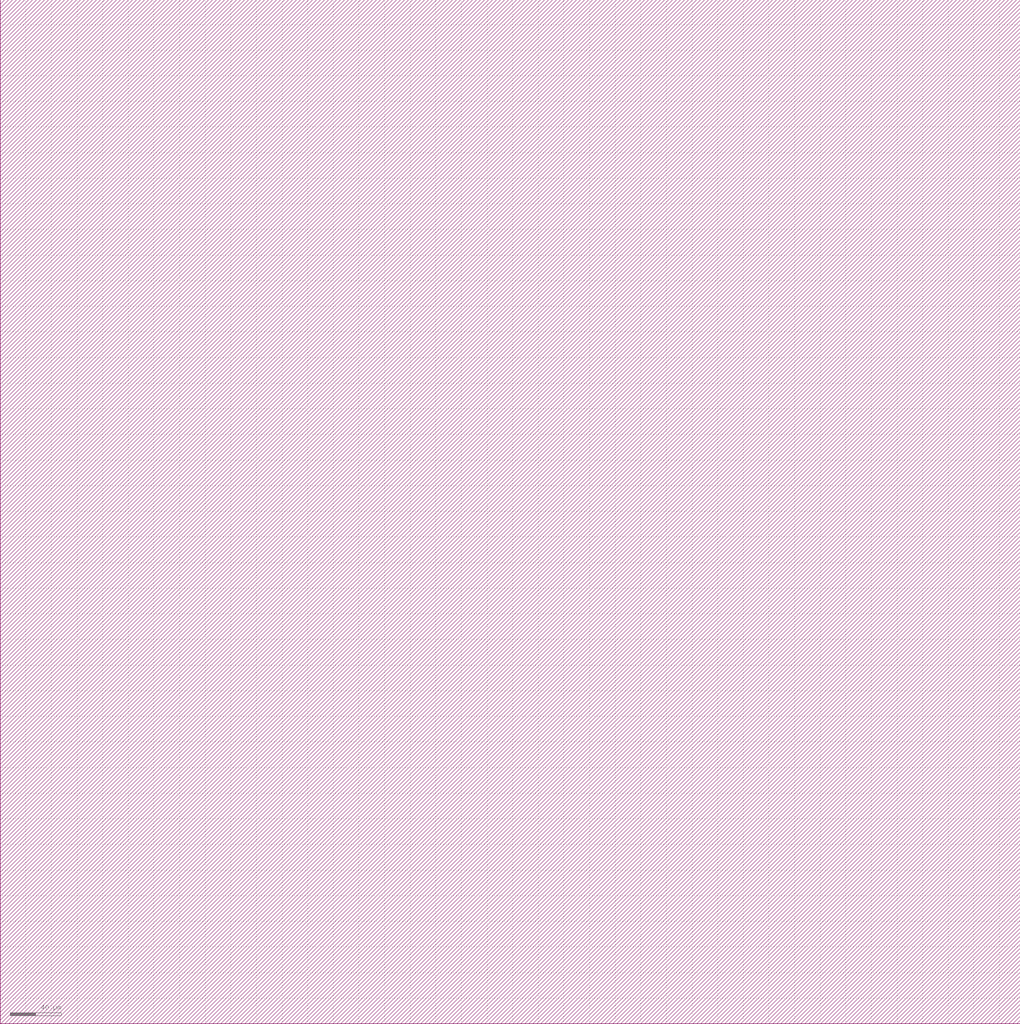
<source format=lef>
VERSION 5.6 ;

BUSBITCHARS "[]" ;

DIVIDERCHAR "/" ;

UNITS
    DATABASE MICRONS 1000 ;
END UNITS

MANUFACTURINGGRID 0.005000 ; 

CLEARANCEMEASURE EUCLIDEAN ; 

USEMINSPACING OBS ON ; 

SITE CoreSite
    CLASS CORE ;
    SIZE 0.600000 BY 0.300000 ;
END CoreSite

LAYER li
   TYPE ROUTING ;
   DIRECTION VERTICAL ;
   MINWIDTH 0.300000 ;
   AREA 0.056250 ;
   WIDTH 0.300000 ;
   SPACINGTABLE
      PARALLELRUNLENGTH 0.0
      WIDTH 0.0 0.225000 ;
   PITCH 0.600000 0.600000 ;
END li

LAYER mcon
    TYPE CUT ;
    SPACING 0.225000 ;
    WIDTH 0.300000 ;
    ENCLOSURE ABOVE 0.075000 0.075000 ;
    ENCLOSURE BELOW 0.000000 0.000000 ;
END mcon

LAYER met1
   TYPE ROUTING ;
   DIRECTION HORIZONTAL ;
   MINWIDTH 0.150000 ;
   AREA 0.084375 ;
   WIDTH 0.150000 ;
   SPACINGTABLE
      PARALLELRUNLENGTH 0.0
      WIDTH 0.0 0.150000 ;
   PITCH 0.300000 0.300000 ;
END met1

LAYER v1
    TYPE CUT ;
    SPACING 0.075000 ;
    WIDTH 0.300000 ;
    ENCLOSURE ABOVE 0.075000 0.075000 ;
    ENCLOSURE BELOW 0.075000 0.075000 ;
END v1

LAYER met2
   TYPE ROUTING ;
   DIRECTION VERTICAL ;
   MINWIDTH 0.150000 ;
   AREA 0.073125 ;
   WIDTH 0.150000 ;
   SPACINGTABLE
      PARALLELRUNLENGTH 0.0
      WIDTH 0.0 0.150000 ;
   PITCH 0.300000 0.300000 ;
END met2

LAYER v2
    TYPE CUT ;
    SPACING 0.150000 ;
    WIDTH 0.300000 ;
    ENCLOSURE ABOVE 0.075000 0.075000 ;
    ENCLOSURE BELOW 0.075000 0.000000 ;
END v2

LAYER met3
   TYPE ROUTING ;
   DIRECTION HORIZONTAL ;
   MINWIDTH 0.300000 ;
   AREA 0.241875 ;
   WIDTH 0.300000 ;
   SPACINGTABLE
      PARALLELRUNLENGTH 0.0
      WIDTH 0.0 0.300000 ;
   PITCH 0.600000 0.600000 ;
END met3

LAYER v3
    TYPE CUT ;
    SPACING 0.150000 ;
    WIDTH 0.450000 ;
    ENCLOSURE ABOVE 0.075000 0.075000 ;
    ENCLOSURE BELOW 0.075000 0.000000 ;
END v3

LAYER met4
   TYPE ROUTING ;
   DIRECTION VERTICAL ;
   MINWIDTH 0.300000 ;
   AREA 0.241875 ;
   WIDTH 0.300000 ;
   SPACINGTABLE
      PARALLELRUNLENGTH 0.0
      WIDTH 0.0 0.300000 ;
   PITCH 0.600000 0.600000 ;
END met4

LAYER v4
    TYPE CUT ;
    SPACING 0.450000 ;
    WIDTH 1.200000 ;
    ENCLOSURE ABOVE 0.150000 0.150000 ;
    ENCLOSURE BELOW 0.000000 0.000000 ;
END v4

LAYER met5
   TYPE ROUTING ;
   DIRECTION HORIZONTAL ;
   MINWIDTH 1.650000 ;
   AREA 4.005000 ;
   WIDTH 1.650000 ;
   SPACINGTABLE
      PARALLELRUNLENGTH 0.0
      WIDTH 0.0 1.650000 ;
   PITCH 3.300000 3.300000 ;
END met5

LAYER OVERLAP
   TYPE OVERLAP ;
END OVERLAP

VIA mcon_C DEFAULT
   LAYER li ;
     RECT -0.150000 -0.150000 0.150000 0.150000 ;
   LAYER mcon ;
     RECT -0.150000 -0.150000 0.150000 0.150000 ;
   LAYER met1 ;
     RECT -0.225000 -0.225000 0.225000 0.225000 ;
END mcon_C

VIA v1_C DEFAULT
   LAYER met1 ;
     RECT -0.225000 -0.225000 0.225000 0.225000 ;
   LAYER v1 ;
     RECT -0.150000 -0.150000 0.150000 0.150000 ;
   LAYER met2 ;
     RECT -0.225000 -0.225000 0.225000 0.225000 ;
END v1_C

VIA v2_C DEFAULT
   LAYER met2 ;
     RECT -0.150000 -0.225000 0.150000 0.225000 ;
   LAYER v2 ;
     RECT -0.150000 -0.150000 0.150000 0.150000 ;
   LAYER met3 ;
     RECT -0.225000 -0.225000 0.225000 0.225000 ;
END v2_C

VIA v2_Ch
   LAYER met2 ;
     RECT -0.225000 -0.150000 0.225000 0.150000 ;
   LAYER v2 ;
     RECT -0.150000 -0.150000 0.150000 0.150000 ;
   LAYER met3 ;
     RECT -0.225000 -0.225000 0.225000 0.225000 ;
END v2_Ch

VIA v2_Cv
   LAYER met2 ;
     RECT -0.150000 -0.225000 0.150000 0.225000 ;
   LAYER v2 ;
     RECT -0.150000 -0.150000 0.150000 0.150000 ;
   LAYER met3 ;
     RECT -0.225000 -0.225000 0.225000 0.225000 ;
END v2_Cv

VIA v3_C DEFAULT
   LAYER met3 ;
     RECT -0.300000 -0.225000 0.300000 0.225000 ;
   LAYER v3 ;
     RECT -0.225000 -0.225000 0.225000 0.225000 ;
   LAYER met4 ;
     RECT -0.300000 -0.300000 0.300000 0.300000 ;
END v3_C

VIA v3_Ch
   LAYER met3 ;
     RECT -0.300000 -0.225000 0.300000 0.225000 ;
   LAYER v3 ;
     RECT -0.225000 -0.225000 0.225000 0.225000 ;
   LAYER met4 ;
     RECT -0.300000 -0.300000 0.300000 0.300000 ;
END v3_Ch

VIA v3_Cv
   LAYER met3 ;
     RECT -0.300000 -0.225000 0.300000 0.225000 ;
   LAYER v3 ;
     RECT -0.225000 -0.225000 0.225000 0.225000 ;
   LAYER met4 ;
     RECT -0.300000 -0.300000 0.300000 0.300000 ;
END v3_Cv

VIA v4_C DEFAULT
   LAYER met4 ;
     RECT -0.600000 -0.600000 0.600000 0.600000 ;
   LAYER v4 ;
     RECT -0.600000 -0.600000 0.600000 0.600000 ;
   LAYER met5 ;
     RECT -0.750000 -0.750000 0.750000 0.750000 ;
END v4_C

MACRO _0_0cell_0_0gcelem3x0
    CLASS CORE ;
    FOREIGN _0_0cell_0_0gcelem3x0 0.000000 0.000000 ;
    ORIGIN 0.000000 0.000000 ;
    SIZE 6.600000 BY 4.500000 ;
    SYMMETRY X Y ;
    SITE CoreSite ;
    PIN in_50_6
        DIRECTION INPUT ;
        USE SIGNAL ;
        PORT
        LAYER li ;
        RECT 0.600000 4.125000 0.900000 4.200000 ;
        RECT 0.600000 3.900000 0.675000 4.125000 ;
        RECT 0.675000 3.900000 0.900000 4.125000 ;
        RECT 2.775000 0.450000 3.000000 0.525000 ;
        RECT 2.775000 0.225000 3.000000 0.450000 ;
        RECT 2.775000 0.150000 3.000000 0.225000 ;
        RECT 2.250000 3.450000 2.475000 3.675000 ;
        RECT 2.250000 1.575000 2.475000 3.450000 ;
        RECT 2.250000 1.350000 2.625000 1.575000 ;
        RECT 2.625000 1.350000 2.850000 1.575000 ;
        RECT 2.850000 1.350000 2.925000 1.575000 ;
        LAYER mcon ;
        RECT 0.675000 3.900000 0.900000 4.125000 ;
        RECT 2.250000 3.450000 2.475000 3.675000 ;
        RECT 2.625000 1.350000 2.850000 1.575000 ;
        RECT 2.775000 0.225000 3.000000 0.450000 ;
        LAYER met1 ;
        RECT 0.600000 4.125000 0.975000 4.200000 ;
        RECT 0.600000 3.900000 0.675000 4.125000 ;
        RECT 0.600000 3.825000 0.975000 3.900000 ;
        RECT 0.675000 3.900000 0.900000 4.125000 ;
        RECT 0.900000 3.900000 0.975000 4.125000 ;
        RECT 0.750000 3.750000 0.975000 3.825000 ;
        RECT 0.750000 3.675000 2.550000 3.750000 ;
        RECT 0.750000 3.600000 2.250000 3.675000 ;
        RECT 2.175000 3.450000 2.250000 3.600000 ;
        RECT 2.175000 3.375000 2.550000 3.450000 ;
        RECT 2.250000 3.450000 2.475000 3.675000 ;
        RECT 2.475000 3.450000 2.550000 3.675000 ;
        RECT 2.700000 0.525000 2.850000 1.275000 ;
        RECT 2.700000 0.450000 3.075000 0.525000 ;
        RECT 2.700000 0.225000 2.775000 0.450000 ;
        RECT 2.700000 0.150000 3.075000 0.225000 ;
        RECT 2.775000 0.225000 3.000000 0.450000 ;
        RECT 3.000000 0.225000 3.075000 0.450000 ;
        RECT 2.550000 1.575000 2.925000 1.650000 ;
        RECT 2.550000 1.350000 2.625000 1.575000 ;
        RECT 2.550000 1.275000 2.925000 1.350000 ;
        RECT 2.625000 1.350000 2.850000 1.575000 ;
        RECT 2.850000 1.350000 2.925000 1.575000 ;
        END
        ANTENNAGATEAREA 0.371250 ;
    END in_50_6
    PIN in_51_6
        DIRECTION INPUT ;
        USE SIGNAL ;
        PORT
        LAYER li ;
        RECT 1.725000 4.200000 2.175000 4.350000 ;
        RECT 1.725000 3.975000 1.875000 4.200000 ;
        RECT 1.725000 3.900000 2.175000 3.975000 ;
        RECT 1.875000 3.975000 2.100000 4.200000 ;
        RECT 2.100000 3.975000 2.175000 4.200000 ;
        END
        ANTENNAGATEAREA 0.371250 ;
    END in_51_6
    PIN in_52_6
        DIRECTION INPUT ;
        USE SIGNAL ;
        PORT
        LAYER li ;
        RECT 3.000000 3.900000 3.675000 3.975000 ;
        RECT 3.000000 3.675000 3.075000 3.900000 ;
        RECT 3.075000 3.675000 3.300000 3.900000 ;
        RECT 3.300000 3.975000 3.675000 4.350000 ;
        RECT 3.300000 3.675000 3.675000 3.900000 ;
        END
        ANTENNAGATEAREA 0.371250 ;
    END in_52_6
    PIN out
        DIRECTION OUTPUT ;
        USE SIGNAL ;
        PORT
        LAYER li ;
        RECT 0.600000 0.750000 0.675000 0.975000 ;
        RECT 0.600000 0.600000 0.900000 0.750000 ;
        RECT 0.675000 0.750000 0.900000 0.975000 ;
        RECT 2.250000 0.750000 2.475000 0.975000 ;
        RECT 2.475000 0.750000 3.675000 0.975000 ;
        RECT 3.675000 0.750000 3.900000 0.975000 ;
        RECT 3.600000 0.975000 3.825000 2.400000 ;
        RECT 3.900000 0.825000 5.475000 0.975000 ;
        RECT 3.900000 0.750000 5.700000 0.825000 ;
        RECT 5.475000 0.825000 5.700000 1.050000 ;
        RECT 5.475000 1.050000 5.700000 1.125000 ;
        RECT 3.600000 2.625000 3.825000 2.700000 ;
        RECT 3.600000 2.400000 3.825000 2.625000 ;
        LAYER mcon ;
        RECT 0.675000 0.750000 0.900000 0.975000 ;
        RECT 2.250000 0.750000 2.475000 0.975000 ;
        LAYER met1 ;
        RECT 0.600000 0.975000 0.975000 1.050000 ;
        RECT 0.600000 0.750000 0.675000 0.975000 ;
        RECT 0.600000 0.675000 2.550000 0.750000 ;
        RECT 0.675000 0.750000 0.900000 0.975000 ;
        RECT 0.900000 0.825000 0.975000 0.975000 ;
        RECT 0.900000 0.750000 2.250000 0.825000 ;
        RECT 2.250000 0.750000 2.475000 0.975000 ;
        RECT 2.475000 0.750000 2.550000 0.975000 ;
        RECT 2.175000 0.975000 2.550000 1.050000 ;
        RECT 2.175000 0.825000 2.250000 0.975000 ;
        END
        ANTENNAGATEAREA 0.360000 ;
        ANTENNADIFFAREA 0.995625 ;
    END out
    PIN Vdd
        DIRECTION INPUT ;
        USE POWER ;
        PORT
        LAYER li ;
        RECT 0.600000 2.475000 0.675000 2.700000 ;
        RECT 0.675000 2.475000 0.900000 2.700000 ;
        RECT 0.900000 2.475000 0.975000 2.700000 ;
        RECT 1.200000 1.050000 1.875000 1.125000 ;
        RECT 1.200000 0.825000 1.425000 1.050000 ;
        RECT 1.200000 0.750000 1.425000 0.825000 ;
        RECT 1.425000 0.900000 1.875000 1.050000 ;
        RECT 1.650000 1.125000 1.875000 1.950000 ;
        RECT 1.650000 1.950000 1.875000 2.175000 ;
        RECT 4.200000 4.125000 4.500000 4.200000 ;
        RECT 4.200000 3.900000 4.275000 4.125000 ;
        RECT 4.275000 2.400000 4.500000 2.625000 ;
        RECT 4.275000 3.900000 4.500000 4.125000 ;
        RECT 4.500000 2.400000 4.950000 2.625000 ;
        RECT 4.950000 2.400000 5.175000 2.625000 ;
        RECT 5.175000 2.400000 5.250000 2.625000 ;
        LAYER mcon ;
        RECT 0.675000 2.475000 0.900000 2.700000 ;
        RECT 4.275000 3.900000 4.500000 4.125000 ;
        RECT 1.650000 1.950000 1.875000 2.175000 ;
        RECT 4.275000 2.400000 4.500000 2.625000 ;
        LAYER met1 ;
        RECT 0.600000 2.700000 4.425000 2.775000 ;
        RECT 0.600000 2.475000 0.675000 2.700000 ;
        RECT 0.600000 2.400000 0.975000 2.475000 ;
        RECT 0.675000 2.475000 0.900000 2.700000 ;
        RECT 4.200000 4.125000 4.575000 4.200000 ;
        RECT 0.900000 2.625000 4.575000 2.700000 ;
        RECT 0.900000 2.475000 0.975000 2.625000 ;
        RECT 4.200000 3.900000 4.275000 4.125000 ;
        RECT 4.200000 3.825000 4.575000 3.900000 ;
        RECT 4.275000 3.900000 4.500000 4.125000 ;
        RECT 1.575000 2.175000 1.950000 2.250000 ;
        RECT 1.575000 1.950000 1.650000 2.175000 ;
        RECT 1.575000 1.875000 1.950000 1.950000 ;
        RECT 4.500000 3.900000 4.575000 4.125000 ;
        RECT 1.650000 2.250000 1.800000 2.625000 ;
        RECT 1.650000 1.950000 1.875000 2.175000 ;
        RECT 1.875000 1.950000 1.950000 2.175000 ;
        RECT 4.275000 2.775000 4.425000 3.825000 ;
        RECT 4.200000 2.400000 4.275000 2.625000 ;
        RECT 4.200000 2.325000 4.575000 2.400000 ;
        RECT 4.275000 2.400000 4.500000 2.625000 ;
        RECT 4.500000 2.400000 4.575000 2.625000 ;
        END
        ANTENNAGATEAREA 0.945000 ;
        ANTENNADIFFAREA 0.630000 ;
    END Vdd
    PIN GND
        DIRECTION INPUT ;
        USE GROUND ;
        PORT
        LAYER li ;
        RECT 0.600000 1.425000 0.675000 1.650000 ;
        RECT 0.675000 1.425000 0.900000 1.650000 ;
        RECT 0.900000 1.425000 1.200000 1.650000 ;
        RECT 1.200000 1.650000 1.425000 3.075000 ;
        RECT 1.200000 1.425000 1.425000 1.650000 ;
        RECT 1.200000 3.300000 1.425000 3.375000 ;
        RECT 1.200000 3.075000 1.425000 3.300000 ;
        RECT 5.400000 4.125000 5.700000 4.200000 ;
        RECT 5.400000 3.900000 5.475000 4.125000 ;
        RECT 5.475000 3.900000 5.700000 4.125000 ;
        LAYER mcon ;
        RECT 1.200000 1.425000 1.425000 1.650000 ;
        RECT 5.475000 3.900000 5.700000 4.125000 ;
        LAYER met1 ;
        RECT 1.125000 1.650000 2.250000 1.725000 ;
        RECT 1.125000 1.425000 1.200000 1.650000 ;
        RECT 1.125000 1.350000 1.500000 1.425000 ;
        RECT 1.200000 1.425000 1.425000 1.650000 ;
        RECT 5.400000 4.125000 5.775000 4.200000 ;
        RECT 1.425000 1.575000 2.250000 1.650000 ;
        RECT 1.425000 1.425000 1.500000 1.575000 ;
        RECT 5.400000 3.825000 5.775000 3.900000 ;
        RECT 2.100000 2.325000 3.975000 2.475000 ;
        RECT 2.100000 1.725000 2.250000 2.325000 ;
        RECT 5.400000 3.900000 5.475000 4.125000 ;
        RECT 5.475000 3.900000 5.700000 4.125000 ;
        RECT 5.700000 3.900000 5.775000 4.125000 ;
        RECT 3.825000 2.025000 3.975000 2.325000 ;
        RECT 3.825000 1.875000 5.700000 2.025000 ;
        RECT 5.475000 2.025000 5.700000 3.825000 ;
        END
        ANTENNAGATEAREA 0.472500 ;
        ANTENNADIFFAREA 0.540000 ;
    END GND
    OBS
        LAYER li ;
        RECT 5.625000 1.725000 5.850000 2.400000 ;
        RECT 5.625000 1.500000 5.850000 1.725000 ;
        RECT 5.625000 1.425000 5.850000 1.500000 ;
        RECT 3.150000 3.300000 5.850000 3.450000 ;
        RECT 3.150000 3.075000 3.375000 3.300000 ;
        RECT 3.150000 3.000000 3.375000 3.075000 ;
        RECT 3.375000 3.225000 5.850000 3.300000 ;
        RECT 5.625000 2.625000 5.850000 3.225000 ;
        RECT 5.625000 2.400000 5.850000 2.625000 ;
    END
END _0_0cell_0_0gcelem3x0

MACRO _0_0cell_0_0ginvx0
    CLASS CORE ;
    FOREIGN _0_0cell_0_0ginvx0 0.000000 0.000000 ;
    ORIGIN 0.000000 0.000000 ;
    SIZE 2.400000 BY 2.700000 ;
    SYMMETRY X Y ;
    SITE CoreSite ;
    PIN in_50_6
        DIRECTION INPUT ;
        USE SIGNAL ;
        PORT
        LAYER li ;
        RECT 0.525000 2.325000 0.900000 2.400000 ;
        RECT 0.525000 2.100000 0.675000 2.325000 ;
        RECT 0.675000 2.100000 0.900000 2.325000 ;
        RECT 1.200000 1.125000 1.425000 1.350000 ;
        RECT 1.425000 1.125000 1.800000 1.350000 ;
        RECT 1.725000 1.350000 2.100000 1.425000 ;
        RECT 1.800000 1.125000 2.025000 1.350000 ;
        RECT 1.725000 1.050000 2.100000 1.125000 ;
        RECT 2.025000 1.125000 2.100000 1.350000 ;
        LAYER mcon ;
        RECT 0.675000 2.100000 0.900000 2.325000 ;
        RECT 1.200000 1.125000 1.425000 1.350000 ;
        LAYER met1 ;
        RECT 0.600000 2.325000 0.975000 2.400000 ;
        RECT 0.600000 2.100000 0.675000 2.325000 ;
        RECT 0.600000 2.025000 0.975000 2.100000 ;
        RECT 0.675000 2.100000 0.900000 2.325000 ;
        RECT 0.675000 1.350000 0.900000 2.025000 ;
        RECT 0.675000 1.125000 1.200000 1.350000 ;
        RECT 0.900000 2.100000 0.975000 2.325000 ;
        RECT 1.200000 1.125000 1.425000 1.350000 ;
        RECT 1.125000 1.050000 1.500000 1.125000 ;
        RECT 1.125000 1.350000 1.500000 1.425000 ;
        RECT 1.425000 1.125000 1.500000 1.350000 ;
        END
        ANTENNAGATEAREA 0.135000 ;
    END in_50_6
    PIN out
        DIRECTION OUTPUT ;
        USE SIGNAL ;
        PORT
        LAYER li ;
        RECT 0.525000 0.300000 0.900000 0.600000 ;
        RECT 0.675000 1.725000 0.900000 1.800000 ;
        RECT 0.675000 1.500000 0.900000 1.725000 ;
        RECT 0.675000 0.825000 0.900000 1.500000 ;
        RECT 0.675000 0.600000 0.900000 0.825000 ;
        END
        ANTENNADIFFAREA 0.337500 ;
    END out
    PIN Vdd
        DIRECTION INPUT ;
        USE POWER ;
        PORT
        LAYER li ;
        RECT 1.125000 1.575000 1.200000 1.800000 ;
        RECT 1.200000 2.100000 1.650000 2.325000 ;
        RECT 1.200000 1.800000 1.425000 2.100000 ;
        RECT 1.200000 1.575000 1.425000 1.800000 ;
        RECT 1.650000 2.100000 1.875000 2.325000 ;
        RECT 1.425000 1.575000 1.500000 1.800000 ;
        LAYER mcon ;
        RECT 1.650000 2.100000 1.875000 2.325000 ;
        LAYER met1 ;
        RECT 1.575000 2.325000 1.950000 2.400000 ;
        RECT 1.575000 2.100000 1.650000 2.325000 ;
        RECT 1.650000 2.100000 1.875000 2.325000 ;
        RECT 1.575000 2.025000 1.950000 2.100000 ;
        RECT 1.875000 2.100000 1.950000 2.325000 ;
        END
        ANTENNADIFFAREA 0.168750 ;
    END Vdd
    PIN GND
        DIRECTION INPUT ;
        USE GROUND ;
        PORT
        LAYER li ;
        RECT 1.800000 0.375000 2.025000 0.600000 ;
        RECT 1.800000 0.300000 2.100000 0.375000 ;
        RECT 1.125000 0.600000 1.200000 0.825000 ;
        RECT 2.025000 0.375000 2.100000 0.600000 ;
        RECT 1.200000 0.600000 1.425000 0.825000 ;
        RECT 1.425000 0.600000 2.100000 0.825000 ;
        LAYER mcon ;
        RECT 1.800000 0.375000 2.025000 0.600000 ;
        LAYER met1 ;
        RECT 1.725000 0.600000 2.100000 0.675000 ;
        RECT 1.725000 0.375000 1.800000 0.600000 ;
        RECT 1.725000 0.300000 2.100000 0.375000 ;
        RECT 1.800000 0.375000 2.025000 0.600000 ;
        RECT 2.025000 0.375000 2.100000 0.600000 ;
        END
        ANTENNADIFFAREA 0.168750 ;
    END GND
END _0_0cell_0_0ginvx0

MACRO _0_0std_0_0cells_0_0NOR2X1
    CLASS CORE ;
    FOREIGN _0_0std_0_0cells_0_0NOR2X1 0.000000 0.000000 ;
    ORIGIN 0.000000 0.000000 ;
    SIZE 3.600000 BY 3.900000 ;
    SYMMETRY X Y ;
    SITE CoreSite ;
    PIN A
        DIRECTION INPUT ;
        USE SIGNAL ;
        PORT
        LAYER li ;
        RECT 0.600000 3.525000 0.900000 3.600000 ;
        RECT 0.600000 3.375000 0.975000 3.525000 ;
        RECT 0.600000 3.300000 0.750000 3.375000 ;
        RECT 0.750000 3.150000 0.975000 3.375000 ;
        RECT 0.750000 3.075000 0.975000 3.150000 ;
        END
        ANTENNAGATEAREA 0.236250 ;
    END A
    PIN B
        DIRECTION INPUT ;
        USE SIGNAL ;
        PORT
        LAYER li ;
        RECT 2.400000 3.300000 2.925000 3.600000 ;
        RECT 2.400000 3.150000 2.550000 3.300000 ;
        RECT 2.550000 3.075000 2.775000 3.300000 ;
        RECT 2.550000 3.000000 2.775000 3.075000 ;
        RECT 2.775000 3.150000 2.925000 3.300000 ;
        END
        ANTENNAGATEAREA 0.236250 ;
    END B
    PIN Y
        DIRECTION OUTPUT ;
        USE SIGNAL ;
        PORT
        LAYER li ;
        RECT 0.600000 1.725000 0.675000 1.950000 ;
        RECT 0.675000 1.725000 0.900000 1.950000 ;
        RECT 0.900000 1.725000 0.975000 1.950000 ;
        RECT 1.125000 0.600000 1.200000 0.825000 ;
        RECT 2.400000 0.375000 2.625000 0.600000 ;
        RECT 2.400000 0.300000 2.700000 0.375000 ;
        RECT 1.200000 0.600000 1.425000 0.825000 ;
        RECT 2.625000 0.375000 2.700000 0.600000 ;
        RECT 1.425000 0.600000 1.500000 0.825000 ;
        LAYER mcon ;
        RECT 0.675000 1.725000 0.900000 1.950000 ;
        RECT 1.200000 0.600000 1.425000 0.825000 ;
        RECT 2.400000 0.375000 2.625000 0.600000 ;
        LAYER met1 ;
        RECT 0.600000 1.950000 0.975000 2.025000 ;
        RECT 0.600000 1.725000 0.675000 1.950000 ;
        RECT 0.600000 1.650000 1.500000 1.725000 ;
        RECT 0.675000 1.725000 0.900000 1.950000 ;
        RECT 0.900000 1.800000 0.975000 1.950000 ;
        RECT 0.900000 1.725000 1.500000 1.800000 ;
        RECT 1.125000 0.825000 1.500000 0.900000 ;
        RECT 1.125000 0.600000 1.200000 0.825000 ;
        RECT 1.125000 0.525000 1.500000 0.600000 ;
        RECT 1.200000 0.600000 1.425000 0.825000 ;
        RECT 1.350000 1.275000 1.500000 1.650000 ;
        RECT 1.350000 1.125000 2.475000 1.275000 ;
        RECT 1.350000 0.900000 1.500000 1.125000 ;
        RECT 1.425000 0.600000 1.500000 0.825000 ;
        RECT 2.325000 0.675000 2.475000 1.125000 ;
        RECT 2.325000 0.600000 2.700000 0.675000 ;
        RECT 2.325000 0.375000 2.400000 0.600000 ;
        RECT 2.325000 0.300000 2.700000 0.375000 ;
        RECT 2.400000 0.375000 2.625000 0.600000 ;
        RECT 2.625000 0.375000 2.700000 0.600000 ;
        END
        ANTENNADIFFAREA 0.590625 ;
    END Y
    PIN Vdd
        DIRECTION INPUT ;
        USE POWER ;
        PORT
        LAYER li ;
        RECT 1.725000 3.300000 1.950000 3.600000 ;
        RECT 1.725000 3.075000 1.950000 3.300000 ;
        RECT 1.725000 2.475000 1.950000 3.075000 ;
        RECT 1.725000 2.250000 1.950000 2.475000 ;
        RECT 1.725000 2.175000 1.950000 2.250000 ;
        LAYER mcon ;
        RECT 1.725000 3.075000 1.950000 3.300000 ;
        LAYER met1 ;
        RECT 1.650000 3.300000 2.025000 3.600000 ;
        RECT 1.650000 3.075000 1.725000 3.300000 ;
        RECT 1.650000 3.000000 2.025000 3.075000 ;
        RECT 1.725000 3.075000 1.950000 3.300000 ;
        RECT 1.950000 3.075000 2.025000 3.300000 ;
        END
        ANTENNADIFFAREA 0.421875 ;
    END Vdd
    PIN GND
        DIRECTION INPUT ;
        USE GROUND ;
        PORT
        LAYER li ;
        RECT 0.450000 0.525000 0.675000 0.600000 ;
        RECT 0.450000 0.150000 0.900000 0.525000 ;
        RECT 0.675000 0.525000 0.900000 0.750000 ;
        RECT 0.675000 1.200000 1.950000 1.425000 ;
        RECT 0.675000 0.750000 0.900000 1.200000 ;
        RECT 1.725000 0.450000 1.950000 0.525000 ;
        RECT 1.725000 0.525000 1.950000 0.750000 ;
        RECT 1.725000 0.750000 1.950000 1.200000 ;
        END
        ANTENNADIFFAREA 0.337500 ;
    END GND
END _0_0std_0_0cells_0_0NOR2X1

MACRO _0_0std_0_0cells_0_0INVX1
    CLASS CORE ;
    FOREIGN _0_0std_0_0cells_0_0INVX1 0.000000 0.000000 ;
    ORIGIN 0.000000 0.000000 ;
    SIZE 2.400000 BY 2.700000 ;
    SYMMETRY X Y ;
    SITE CoreSite ;
    PIN A
        DIRECTION INPUT ;
        USE SIGNAL ;
        PORT
        LAYER li ;
        RECT 0.525000 2.325000 0.900000 2.400000 ;
        RECT 0.525000 2.100000 0.675000 2.325000 ;
        RECT 0.525000 2.025000 0.900000 2.100000 ;
        RECT 0.675000 2.100000 0.900000 2.325000 ;
        RECT 1.200000 1.050000 1.425000 1.275000 ;
        RECT 1.425000 1.050000 1.800000 1.275000 ;
        RECT 1.800000 1.050000 2.025000 1.275000 ;
        RECT 2.025000 1.050000 2.100000 1.275000 ;
        LAYER mcon ;
        RECT 0.675000 2.100000 0.900000 2.325000 ;
        RECT 1.200000 1.050000 1.425000 1.275000 ;
        LAYER met1 ;
        RECT 0.600000 2.325000 0.975000 2.400000 ;
        RECT 0.600000 2.100000 0.675000 2.325000 ;
        RECT 0.600000 2.025000 0.975000 2.100000 ;
        RECT 0.675000 2.100000 0.900000 2.325000 ;
        RECT 0.675000 1.275000 0.825000 2.025000 ;
        RECT 0.675000 1.125000 1.200000 1.275000 ;
        RECT 0.900000 2.100000 0.975000 2.325000 ;
        RECT 1.125000 1.050000 1.200000 1.125000 ;
        RECT 1.125000 0.975000 1.500000 1.050000 ;
        RECT 1.125000 1.275000 1.500000 1.350000 ;
        RECT 1.200000 1.050000 1.425000 1.275000 ;
        RECT 1.425000 1.050000 1.500000 1.275000 ;
        END
        ANTENNAGATEAREA 0.157500 ;
    END A
    PIN Y
        DIRECTION OUTPUT ;
        USE SIGNAL ;
        PORT
        LAYER li ;
        RECT 0.525000 0.525000 0.675000 0.675000 ;
        RECT 0.525000 0.300000 0.900000 0.525000 ;
        RECT 0.675000 1.725000 0.900000 1.800000 ;
        RECT 0.675000 1.500000 0.900000 1.725000 ;
        RECT 0.675000 0.750000 0.900000 1.500000 ;
        RECT 0.675000 0.525000 0.900000 0.750000 ;
        END
        ANTENNADIFFAREA 0.393750 ;
    END Y
    PIN Vdd
        DIRECTION INPUT ;
        USE POWER ;
        PORT
        LAYER li ;
        RECT 1.200000 2.325000 2.100000 2.400000 ;
        RECT 1.200000 2.100000 1.800000 2.325000 ;
        RECT 1.200000 1.950000 1.425000 2.100000 ;
        RECT 1.200000 1.725000 1.425000 1.950000 ;
        RECT 1.200000 1.650000 1.425000 1.725000 ;
        RECT 1.800000 2.100000 2.025000 2.325000 ;
        RECT 2.025000 2.100000 2.100000 2.325000 ;
        LAYER mcon ;
        RECT 1.800000 2.100000 2.025000 2.325000 ;
        LAYER met1 ;
        RECT 1.725000 2.325000 2.100000 2.400000 ;
        RECT 1.725000 2.100000 1.800000 2.325000 ;
        RECT 1.800000 2.100000 2.025000 2.325000 ;
        RECT 1.725000 2.025000 2.100000 2.100000 ;
        RECT 2.025000 2.100000 2.100000 2.325000 ;
        END
        ANTENNADIFFAREA 0.225000 ;
    END Vdd
    PIN GND
        DIRECTION INPUT ;
        USE GROUND ;
        PORT
        LAYER li ;
        RECT 1.200000 0.450000 1.425000 0.525000 ;
        RECT 1.200000 0.750000 1.425000 0.825000 ;
        RECT 1.200000 0.525000 1.425000 0.750000 ;
        RECT 1.725000 0.375000 1.800000 0.525000 ;
        RECT 1.725000 0.300000 2.100000 0.375000 ;
        RECT 1.425000 0.600000 2.100000 0.750000 ;
        RECT 1.425000 0.525000 1.800000 0.600000 ;
        RECT 1.800000 0.375000 2.025000 0.600000 ;
        RECT 2.025000 0.375000 2.100000 0.600000 ;
        LAYER mcon ;
        RECT 1.800000 0.375000 2.025000 0.600000 ;
        LAYER met1 ;
        RECT 1.725000 0.600000 2.100000 0.675000 ;
        RECT 1.725000 0.375000 1.800000 0.600000 ;
        RECT 1.725000 0.300000 2.100000 0.375000 ;
        RECT 1.800000 0.375000 2.025000 0.600000 ;
        RECT 2.025000 0.375000 2.100000 0.600000 ;
        END
        ANTENNADIFFAREA 0.168750 ;
    END GND
END _0_0std_0_0cells_0_0INVX1

MACRO _0_0std_0_0cells_0_0AND2X1
    CLASS CORE ;
    FOREIGN _0_0std_0_0cells_0_0AND2X1 0.000000 0.000000 ;
    ORIGIN 0.000000 0.000000 ;
    SIZE 3.000000 BY 4.200000 ;
    SYMMETRY X Y ;
    SITE CoreSite ;
    PIN A
        DIRECTION INPUT ;
        USE SIGNAL ;
        PORT
        LAYER li ;
        RECT 0.300000 3.525000 0.975000 3.600000 ;
        RECT 0.300000 3.300000 0.675000 3.525000 ;
        RECT 0.300000 3.225000 0.975000 3.300000 ;
        RECT 0.675000 3.300000 0.900000 3.525000 ;
        RECT 0.900000 3.300000 0.975000 3.525000 ;
        END
        ANTENNAGATEAREA 0.202500 ;
    END A
    PIN B
        DIRECTION INPUT ;
        USE SIGNAL ;
        PORT
        LAYER li ;
        RECT 1.725000 3.525000 2.100000 3.600000 ;
        RECT 1.725000 3.300000 1.800000 3.525000 ;
        RECT 1.725000 3.225000 2.100000 3.300000 ;
        RECT 1.800000 3.600000 2.100000 3.900000 ;
        RECT 1.800000 3.300000 2.025000 3.525000 ;
        RECT 2.025000 3.300000 2.100000 3.525000 ;
        END
        ANTENNAGATEAREA 0.202500 ;
    END B
    PIN Y
        DIRECTION OUTPUT ;
        USE SIGNAL ;
        PORT
        LAYER li ;
        RECT 2.250000 1.425000 2.700000 1.500000 ;
        RECT 2.250000 1.200000 2.325000 1.425000 ;
        RECT 2.325000 1.500000 2.700000 2.325000 ;
        RECT 2.325000 1.200000 2.625000 1.425000 ;
        RECT 2.625000 1.200000 2.700000 1.425000 ;
        RECT 2.325000 2.550000 2.700000 2.625000 ;
        RECT 2.400000 2.625000 2.700000 3.900000 ;
        RECT 2.325000 2.325000 2.625000 2.550000 ;
        RECT 2.625000 2.325000 2.700000 2.550000 ;
        END
        ANTENNADIFFAREA 0.472500 ;
    END Y
    PIN Vdd
        DIRECTION INPUT ;
        USE POWER ;
        PORT
        LAYER li ;
        RECT 0.600000 2.700000 2.100000 2.925000 ;
        RECT 0.600000 2.550000 0.975000 2.700000 ;
        RECT 0.600000 2.325000 0.675000 2.550000 ;
        RECT 0.600000 2.250000 0.975000 2.325000 ;
        RECT 1.200000 3.675000 1.425000 3.900000 ;
        RECT 0.675000 2.325000 0.900000 2.550000 ;
        RECT 1.425000 3.675000 1.500000 3.900000 ;
        RECT 0.900000 2.325000 0.975000 2.550000 ;
        RECT 1.200000 2.925000 1.500000 3.675000 ;
        RECT 1.725000 2.550000 2.100000 2.700000 ;
        RECT 1.725000 2.325000 1.800000 2.550000 ;
        RECT 1.725000 2.250000 2.100000 2.325000 ;
        RECT 1.800000 2.325000 2.025000 2.550000 ;
        RECT 2.025000 2.325000 2.100000 2.550000 ;
        LAYER mcon ;
        RECT 1.200000 3.675000 1.425000 3.900000 ;
        LAYER met1 ;
        RECT 1.125000 3.900000 1.500000 3.975000 ;
        RECT 1.125000 3.675000 1.200000 3.900000 ;
        RECT 1.125000 3.600000 1.500000 3.675000 ;
        RECT 1.200000 3.675000 1.425000 3.900000 ;
        RECT 1.425000 3.675000 1.500000 3.900000 ;
        END
        ANTENNADIFFAREA 0.495000 ;
    END Vdd
    PIN GND
        DIRECTION INPUT ;
        USE GROUND ;
        PORT
        LAYER li ;
        RECT 0.600000 0.375000 0.675000 0.600000 ;
        RECT 0.600000 0.300000 2.025000 0.375000 ;
        RECT 0.675000 0.375000 0.900000 0.600000 ;
        RECT 1.725000 1.125000 1.800000 1.350000 ;
        RECT 0.900000 0.375000 2.025000 0.525000 ;
        RECT 1.800000 1.125000 2.025000 1.350000 ;
        RECT 1.725000 1.050000 2.025000 1.125000 ;
        RECT 1.800000 0.525000 2.025000 1.050000 ;
        RECT 1.725000 1.350000 2.025000 1.425000 ;
        LAYER mcon ;
        RECT 0.675000 0.375000 0.900000 0.600000 ;
        LAYER met1 ;
        RECT 0.600000 0.600000 0.975000 0.675000 ;
        RECT 0.600000 0.375000 0.675000 0.600000 ;
        RECT 0.600000 0.300000 0.975000 0.375000 ;
        RECT 0.675000 0.375000 0.900000 0.600000 ;
        RECT 0.900000 0.375000 0.975000 0.600000 ;
        END
        ANTENNADIFFAREA 0.258750 ;
    END GND
    OBS
        LAYER li ;
        RECT 0.600000 1.725000 1.500000 1.950000 ;
        RECT 0.600000 1.650000 1.800000 1.725000 ;
        RECT 0.600000 1.425000 0.975000 1.650000 ;
        RECT 0.600000 1.200000 0.675000 1.425000 ;
        RECT 0.600000 1.125000 0.975000 1.200000 ;
        RECT 1.500000 1.725000 1.725000 1.950000 ;
        RECT 0.675000 1.200000 0.900000 1.425000 ;
        RECT 1.725000 1.725000 1.800000 1.950000 ;
        RECT 0.900000 1.200000 0.975000 1.425000 ;
        RECT 2.325000 0.300000 2.700000 0.375000 ;
        RECT 1.200000 2.175000 1.275000 2.400000 ;
        RECT 1.200000 2.025000 1.500000 2.175000 ;
        RECT 1.200000 1.950000 1.800000 2.025000 ;
        RECT 1.200000 2.400000 1.500000 2.475000 ;
        RECT 1.275000 2.175000 1.500000 2.400000 ;
        RECT 2.325000 0.375000 2.400000 0.600000 ;
        RECT 2.400000 0.375000 2.625000 0.600000 ;
        RECT 2.325000 0.900000 2.700000 0.975000 ;
        RECT 2.325000 0.675000 2.400000 0.900000 ;
        RECT 2.325000 0.600000 2.700000 0.675000 ;
        RECT 2.625000 0.375000 2.700000 0.600000 ;
        RECT 2.400000 0.675000 2.625000 0.900000 ;
        RECT 2.625000 0.675000 2.700000 0.900000 ;
        LAYER met1 ;
        RECT 1.425000 1.950000 2.700000 2.025000 ;
        RECT 1.425000 1.725000 1.500000 1.950000 ;
        RECT 1.425000 1.650000 2.700000 1.725000 ;
        RECT 1.500000 1.725000 1.725000 1.950000 ;
        RECT 1.725000 1.725000 2.700000 1.950000 ;
        RECT 2.325000 0.900000 2.700000 1.650000 ;
        RECT 2.325000 0.675000 2.400000 0.900000 ;
        RECT 2.325000 0.600000 2.700000 0.675000 ;
        RECT 2.400000 0.675000 2.625000 0.900000 ;
        RECT 2.625000 0.675000 2.700000 0.900000 ;
    END
END _0_0std_0_0cells_0_0AND2X1

MACRO _0_0std_0_0cells_0_0NOR2X2
    CLASS CORE ;
    FOREIGN _0_0std_0_0cells_0_0NOR2X2 0.000000 0.000000 ;
    ORIGIN 0.000000 0.000000 ;
    SIZE 3.000000 BY 5.400000 ;
    SYMMETRY X Y ;
    SITE CoreSite ;
    PIN A
        DIRECTION INPUT ;
        USE SIGNAL ;
        PORT
        LAYER li ;
        RECT 0.600000 4.650000 0.900000 5.100000 ;
        RECT 0.600000 4.575000 0.975000 4.650000 ;
        RECT 0.600000 4.350000 0.675000 4.575000 ;
        RECT 0.600000 4.275000 0.975000 4.350000 ;
        RECT 0.675000 4.350000 0.900000 4.575000 ;
        RECT 0.900000 4.350000 0.975000 4.575000 ;
        END
        ANTENNAGATEAREA 0.450000 ;
    END A
    PIN B
        DIRECTION INPUT ;
        USE SIGNAL ;
        PORT
        LAYER li ;
        RECT 2.400000 4.800000 2.700000 5.100000 ;
        RECT 2.400000 4.575000 2.625000 4.800000 ;
        RECT 2.400000 4.500000 2.625000 4.575000 ;
        END
        ANTENNAGATEAREA 0.450000 ;
    END B
    PIN Y
        DIRECTION OUTPUT ;
        USE SIGNAL ;
        PORT
        LAYER li ;
        RECT 0.675000 2.025000 0.900000 2.100000 ;
        RECT 0.675000 1.800000 0.900000 2.025000 ;
        RECT 0.675000 1.725000 0.900000 1.800000 ;
        RECT 1.200000 0.450000 1.425000 0.525000 ;
        RECT 1.200000 0.750000 1.425000 0.825000 ;
        RECT 1.200000 0.525000 1.425000 0.750000 ;
        RECT 2.400000 0.300000 2.700000 0.525000 ;
        RECT 2.400000 0.750000 2.700000 0.825000 ;
        RECT 2.400000 0.525000 2.625000 0.750000 ;
        RECT 2.625000 0.525000 2.700000 0.750000 ;
        LAYER mcon ;
        RECT 0.675000 1.800000 0.900000 2.025000 ;
        RECT 1.200000 0.525000 1.425000 0.750000 ;
        RECT 2.400000 0.525000 2.625000 0.750000 ;
        LAYER met1 ;
        RECT 0.600000 2.025000 0.975000 2.100000 ;
        RECT 0.600000 1.800000 0.675000 2.025000 ;
        RECT 0.600000 1.725000 0.975000 1.800000 ;
        RECT 0.675000 1.800000 0.900000 2.025000 ;
        RECT 1.125000 0.750000 1.500000 0.825000 ;
        RECT 1.125000 0.525000 1.200000 0.750000 ;
        RECT 1.125000 0.450000 1.500000 0.525000 ;
        RECT 0.900000 1.950000 0.975000 2.025000 ;
        RECT 0.900000 1.800000 1.425000 1.950000 ;
        RECT 1.200000 0.525000 1.425000 0.750000 ;
        RECT 1.275000 1.500000 1.425000 1.800000 ;
        RECT 1.275000 1.350000 2.550000 1.500000 ;
        RECT 1.275000 0.825000 1.425000 1.350000 ;
        RECT 1.425000 0.525000 1.500000 0.750000 ;
        RECT 2.325000 0.750000 2.700000 0.825000 ;
        RECT 2.325000 0.525000 2.400000 0.750000 ;
        RECT 2.325000 0.450000 2.700000 0.525000 ;
        RECT 2.400000 0.825000 2.550000 1.350000 ;
        RECT 2.400000 0.525000 2.625000 0.750000 ;
        RECT 2.625000 0.525000 2.700000 0.750000 ;
        END
        ANTENNADIFFAREA 1.125000 ;
    END Y
    PIN Vdd
        DIRECTION INPUT ;
        USE POWER ;
        PORT
        LAYER li ;
        RECT 1.650000 3.675000 1.725000 3.900000 ;
        RECT 1.725000 5.025000 2.025000 5.100000 ;
        RECT 1.725000 4.800000 1.950000 5.025000 ;
        RECT 1.725000 4.650000 2.025000 4.800000 ;
        RECT 1.725000 3.900000 1.950000 4.650000 ;
        RECT 1.725000 3.675000 1.950000 3.900000 ;
        RECT 1.950000 4.800000 2.025000 5.025000 ;
        RECT 1.950000 3.675000 2.025000 3.900000 ;
        LAYER mcon ;
        RECT 1.725000 4.800000 1.950000 5.025000 ;
        LAYER met1 ;
        RECT 1.650000 5.025000 2.025000 5.100000 ;
        RECT 1.650000 4.800000 1.725000 5.025000 ;
        RECT 1.650000 4.725000 2.025000 4.800000 ;
        RECT 1.725000 4.800000 1.950000 5.025000 ;
        RECT 1.950000 4.800000 2.025000 5.025000 ;
        END
        ANTENNADIFFAREA 0.843750 ;
    END Vdd
    PIN GND
        DIRECTION INPUT ;
        USE GROUND ;
        PORT
        LAYER li ;
        RECT 0.450000 0.525000 0.675000 0.600000 ;
        RECT 0.450000 0.450000 0.900000 0.525000 ;
        RECT 0.450000 0.225000 0.600000 0.450000 ;
        RECT 0.450000 0.150000 0.900000 0.225000 ;
        RECT 0.675000 0.525000 0.900000 0.750000 ;
        RECT 0.600000 0.225000 0.825000 0.450000 ;
        RECT 0.675000 1.275000 1.950000 1.500000 ;
        RECT 0.675000 0.750000 0.900000 1.275000 ;
        RECT 0.825000 0.225000 0.900000 0.450000 ;
        RECT 1.725000 0.450000 1.950000 0.525000 ;
        RECT 1.725000 0.750000 1.950000 1.275000 ;
        RECT 1.725000 0.525000 1.950000 0.750000 ;
        LAYER mcon ;
        RECT 0.600000 0.225000 0.825000 0.450000 ;
        LAYER met1 ;
        RECT 0.450000 0.450000 0.900000 0.600000 ;
        RECT 0.450000 0.225000 0.600000 0.450000 ;
        RECT 0.450000 0.150000 0.900000 0.225000 ;
        RECT 0.600000 0.225000 0.825000 0.450000 ;
        RECT 0.825000 0.225000 0.900000 0.450000 ;
        END
        ANTENNADIFFAREA 0.562500 ;
    END GND
END _0_0std_0_0cells_0_0NOR2X2

MACRO _0_0std_0_0cells_0_0LATCHINV
    CLASS CORE ;
    FOREIGN _0_0std_0_0cells_0_0LATCHINV 0.000000 0.000000 ;
    ORIGIN 0.000000 0.000000 ;
    SIZE 6.000000 BY 4.200000 ;
    SYMMETRY X Y ;
    SITE CoreSite ;
    PIN CLK
        DIRECTION INPUT ;
        USE SIGNAL ;
        PORT
        LAYER li ;
        RECT 1.725000 3.450000 2.100000 3.825000 ;
        RECT 1.725000 3.225000 1.800000 3.450000 ;
        RECT 1.725000 3.150000 2.100000 3.225000 ;
        RECT 1.800000 3.225000 2.025000 3.450000 ;
        RECT 2.025000 3.225000 2.100000 3.450000 ;
        END
        ANTENNAGATEAREA 0.506250 ;
    END CLK
    PIN D
        DIRECTION INPUT ;
        USE SIGNAL ;
        PORT
        LAYER li ;
        RECT 0.600000 3.525000 0.900000 3.675000 ;
        RECT 0.600000 3.450000 1.200000 3.525000 ;
        RECT 0.600000 3.300000 0.900000 3.450000 ;
        RECT 0.900000 3.525000 1.125000 3.750000 ;
        RECT 0.825000 3.750000 1.200000 3.825000 ;
        RECT 0.825000 3.675000 0.900000 3.750000 ;
        RECT 1.125000 3.525000 1.200000 3.750000 ;
        END
        ANTENNAGATEAREA 0.337500 ;
    END D
    PIN q
        DIRECTION INPUT ;
        USE SIGNAL ;
        PORT
        LAYER li ;
        RECT 3.000000 3.525000 3.300000 3.825000 ;
        RECT 3.000000 3.450000 3.450000 3.525000 ;
        RECT 3.000000 3.300000 3.300000 3.450000 ;
        RECT 3.225000 3.225000 3.300000 3.300000 ;
        RECT 3.300000 3.225000 3.525000 3.450000 ;
        RECT 3.525000 3.225000 3.600000 3.450000 ;
        END
        ANTENNAGATEAREA 0.225000 ;
    END q
    PIN __q
        DIRECTION OUTPUT ;
        USE SIGNAL ;
        PORT
        LAYER li ;
        RECT 0.600000 0.300000 0.900000 0.600000 ;
        RECT 0.675000 1.050000 0.900000 1.125000 ;
        RECT 0.675000 0.825000 0.900000 1.050000 ;
        RECT 0.675000 0.600000 0.900000 0.825000 ;
        RECT 2.475000 1.800000 2.550000 2.025000 ;
        RECT 2.550000 1.800000 2.775000 2.025000 ;
        RECT 4.950000 0.825000 5.175000 0.900000 ;
        RECT 2.775000 1.800000 2.850000 2.025000 ;
        RECT 4.950000 2.025000 5.175000 2.100000 ;
        RECT 4.950000 1.800000 5.175000 2.025000 ;
        RECT 4.950000 1.125000 5.175000 1.800000 ;
        RECT 4.950000 0.900000 5.175000 1.125000 ;
        LAYER mcon ;
        RECT 0.675000 0.825000 0.900000 1.050000 ;
        RECT 2.550000 1.800000 2.775000 2.025000 ;
        RECT 4.950000 0.900000 5.175000 1.125000 ;
        LAYER met1 ;
        RECT 0.600000 1.050000 4.950000 1.125000 ;
        RECT 0.600000 0.825000 0.675000 1.050000 ;
        RECT 0.600000 0.750000 0.975000 0.825000 ;
        RECT 0.675000 0.825000 0.900000 1.050000 ;
        RECT 0.900000 0.975000 4.950000 1.050000 ;
        RECT 0.900000 0.825000 0.975000 0.975000 ;
        RECT 2.475000 2.025000 2.850000 2.100000 ;
        RECT 2.475000 1.725000 2.850000 1.800000 ;
        RECT 2.625000 1.125000 2.775000 1.725000 ;
        RECT 2.475000 1.800000 2.550000 2.025000 ;
        RECT 4.875000 0.900000 4.950000 0.975000 ;
        RECT 4.875000 0.825000 5.250000 0.900000 ;
        RECT 2.550000 1.800000 2.775000 2.025000 ;
        RECT 4.950000 0.900000 5.175000 1.125000 ;
        RECT 2.775000 1.800000 2.850000 2.025000 ;
        RECT 5.175000 0.900000 5.250000 1.125000 ;
        RECT 4.875000 1.125000 5.250000 1.200000 ;
        END
        ANTENNADIFFAREA 1.406250 ;
    END __q
    PIN Vdd
        DIRECTION INPUT ;
        USE POWER ;
        PORT
        LAYER li ;
        RECT 1.125000 2.550000 1.200000 2.775000 ;
        RECT 1.200000 2.550000 1.425000 2.775000 ;
        RECT 1.425000 2.550000 4.425000 2.775000 ;
        RECT 3.600000 2.400000 3.825000 2.550000 ;
        RECT 3.600000 2.175000 3.825000 2.400000 ;
        RECT 3.600000 2.100000 3.825000 2.175000 ;
        RECT 4.200000 3.300000 4.500000 3.600000 ;
        RECT 4.200000 2.775000 4.425000 3.300000 ;
        END
        ANTENNADIFFAREA 0.815625 ;
    END Vdd
    PIN GND
        DIRECTION INPUT ;
        USE GROUND ;
        PORT
        LAYER li ;
        RECT 1.725000 0.525000 1.950000 0.750000 ;
        RECT 1.725000 0.450000 3.075000 0.525000 ;
        RECT 1.725000 0.750000 1.950000 0.825000 ;
        RECT 1.950000 0.525000 3.075000 0.675000 ;
        RECT 3.075000 0.450000 3.300000 0.525000 ;
        RECT 3.000000 0.375000 3.375000 0.450000 ;
        RECT 3.000000 0.300000 3.300000 0.375000 ;
        RECT 3.075000 0.750000 3.300000 0.825000 ;
        RECT 3.075000 0.675000 3.300000 0.750000 ;
        RECT 3.075000 0.525000 3.300000 0.675000 ;
        RECT 3.300000 0.450000 3.375000 0.675000 ;
        LAYER mcon ;
        RECT 3.075000 0.525000 3.300000 0.675000 ;
        RECT 3.075000 0.450000 3.300000 0.525000 ;
        LAYER met1 ;
        RECT 3.000000 0.675000 3.375000 0.750000 ;
        RECT 3.000000 0.450000 3.075000 0.675000 ;
        RECT 3.000000 0.375000 3.375000 0.450000 ;
        RECT 3.075000 0.525000 3.300000 0.675000 ;
        RECT 3.075000 0.450000 3.300000 0.525000 ;
        RECT 3.300000 0.450000 3.375000 0.675000 ;
        END
        ANTENNADIFFAREA 0.562500 ;
    END GND
    OBS
        LAYER li ;
        RECT 0.675000 2.775000 0.900000 2.850000 ;
        RECT 0.675000 2.550000 0.900000 2.775000 ;
        RECT 0.675000 2.475000 0.900000 2.550000 ;
        RECT 1.725000 2.025000 1.950000 2.100000 ;
        RECT 1.725000 1.800000 1.950000 2.025000 ;
        RECT 1.725000 1.575000 1.950000 1.800000 ;
        RECT 1.725000 1.350000 2.775000 1.575000 ;
        RECT 2.475000 0.900000 2.550000 1.125000 ;
        RECT 3.600000 0.750000 3.825000 0.825000 ;
        RECT 3.600000 0.525000 3.825000 0.750000 ;
        RECT 3.600000 0.450000 3.825000 0.525000 ;
        RECT 2.550000 1.125000 2.775000 1.350000 ;
        RECT 2.550000 0.900000 2.775000 1.125000 ;
        RECT 3.825000 0.525000 4.425000 0.750000 ;
        RECT 2.775000 0.900000 2.850000 1.125000 ;
        RECT 4.425000 0.525000 4.650000 0.750000 ;
        RECT 4.650000 0.525000 4.725000 0.750000 ;
        RECT 4.350000 2.100000 4.425000 2.325000 ;
        RECT 4.425000 2.100000 4.650000 2.325000 ;
        RECT 4.650000 2.100000 4.725000 2.325000 ;
        RECT 4.950000 3.750000 5.175000 3.825000 ;
        RECT 4.950000 3.525000 5.175000 3.750000 ;
        RECT 4.950000 3.450000 5.175000 3.525000 ;
        LAYER met1 ;
        RECT 0.600000 2.775000 0.975000 2.850000 ;
        RECT 0.600000 2.550000 0.675000 2.775000 ;
        RECT 0.600000 2.475000 0.975000 2.550000 ;
        RECT 0.675000 2.550000 0.900000 2.775000 ;
        RECT 4.875000 3.750000 5.250000 3.825000 ;
        RECT 4.875000 3.525000 4.950000 3.750000 ;
        RECT 4.875000 3.450000 5.250000 3.525000 ;
        RECT 0.900000 2.700000 0.975000 2.775000 ;
        RECT 0.900000 2.550000 4.500000 2.700000 ;
        RECT 4.950000 3.525000 5.175000 3.750000 ;
        RECT 1.650000 2.025000 2.025000 2.100000 ;
        RECT 1.650000 1.800000 1.725000 2.025000 ;
        RECT 1.650000 1.725000 2.025000 1.800000 ;
        RECT 5.175000 3.525000 5.250000 3.750000 ;
        RECT 1.725000 2.250000 3.825000 2.400000 ;
        RECT 1.725000 2.100000 1.875000 2.250000 ;
        RECT 1.725000 1.800000 1.950000 2.025000 ;
        RECT 1.950000 1.800000 2.025000 2.025000 ;
        RECT 4.350000 2.400000 4.500000 2.550000 ;
        RECT 4.350000 2.325000 4.725000 2.400000 ;
        RECT 3.675000 1.725000 5.100000 1.875000 ;
        RECT 3.675000 1.875000 3.825000 2.250000 ;
        RECT 4.350000 2.100000 4.425000 2.325000 ;
        RECT 4.350000 2.025000 4.725000 2.100000 ;
        RECT 4.425000 2.100000 4.650000 2.325000 ;
        RECT 4.650000 2.100000 4.725000 2.325000 ;
        RECT 4.950000 1.875000 5.100000 3.450000 ;
    END
END _0_0std_0_0cells_0_0LATCHINV

MACRO _0_0std_0_0cells_0_0TIELOX1
    CLASS CORE ;
    FOREIGN _0_0std_0_0cells_0_0TIELOX1 0.000000 0.000000 ;
    ORIGIN 0.000000 0.000000 ;
    SIZE 2.400000 BY 3.000000 ;
    SYMMETRY X Y ;
    SITE CoreSite ;
    PIN Y
        DIRECTION OUTPUT ;
        USE SIGNAL ;
        PORT
        LAYER li ;
        RECT 0.600000 0.525000 0.675000 0.600000 ;
        RECT 0.600000 0.300000 0.900000 0.525000 ;
        RECT 0.675000 0.750000 0.900000 0.825000 ;
        RECT 0.675000 0.525000 0.900000 0.750000 ;
        END
        ANTENNADIFFAREA 0.168750 ;
    END Y
    PIN Vdd
        DIRECTION INPUT ;
        USE POWER ;
        PORT
        LAYER li ;
        RECT 0.600000 2.625000 0.900000 2.700000 ;
        RECT 0.600000 2.400000 0.675000 2.625000 ;
        RECT 0.675000 2.400000 0.900000 2.625000 ;
        RECT 0.675000 2.100000 0.900000 2.400000 ;
        RECT 0.675000 1.875000 0.900000 2.100000 ;
        RECT 0.675000 1.800000 0.900000 1.875000 ;
        LAYER mcon ;
        RECT 0.675000 2.400000 0.900000 2.625000 ;
        LAYER met1 ;
        RECT 0.600000 2.625000 0.975000 2.700000 ;
        RECT 0.600000 2.400000 0.675000 2.625000 ;
        RECT 0.600000 2.325000 0.975000 2.400000 ;
        RECT 0.675000 2.400000 0.900000 2.625000 ;
        RECT 0.900000 2.400000 0.975000 2.625000 ;
        END
        ANTENNADIFFAREA 0.281250 ;
    END Vdd
    PIN GND
        DIRECTION INPUT ;
        USE GROUND ;
        PORT
        LAYER li ;
        RECT 1.725000 0.300000 2.100000 0.600000 ;
        RECT 1.125000 0.600000 1.200000 0.825000 ;
        RECT 1.200000 0.600000 1.425000 0.825000 ;
        RECT 1.425000 0.600000 1.800000 0.825000 ;
        RECT 1.800000 0.600000 2.025000 0.825000 ;
        RECT 2.025000 0.600000 2.100000 0.825000 ;
        LAYER mcon ;
        RECT 1.800000 0.600000 2.025000 0.825000 ;
        LAYER met1 ;
        RECT 1.725000 0.825000 2.100000 0.900000 ;
        RECT 1.725000 0.600000 1.800000 0.825000 ;
        RECT 1.725000 0.300000 2.100000 0.600000 ;
        RECT 1.800000 0.600000 2.025000 0.825000 ;
        RECT 2.025000 0.600000 2.100000 0.825000 ;
        END
        ANTENNADIFFAREA 0.168750 ;
    END GND
    OBS
        LAYER li ;
        RECT 1.125000 1.875000 1.200000 2.100000 ;
        RECT 1.200000 1.875000 1.425000 2.100000 ;
        RECT 1.425000 1.875000 2.025000 2.100000 ;
        RECT 1.725000 1.425000 2.100000 1.500000 ;
        RECT 1.725000 1.200000 1.800000 1.425000 ;
        RECT 1.725000 1.125000 2.100000 1.200000 ;
        RECT 1.800000 1.500000 2.025000 1.875000 ;
        RECT 1.800000 1.200000 2.025000 1.425000 ;
        RECT 2.025000 1.200000 2.100000 1.425000 ;
    END
END _0_0std_0_0cells_0_0TIELOX1

MACRO _0_0std_0_0cells_0_0FAX1
    CLASS CORE ;
    FOREIGN _0_0std_0_0cells_0_0FAX1 0.000000 0.000000 ;
    ORIGIN 0.000000 0.000000 ;
    SIZE 10.200000 BY 8.700000 ;
    SYMMETRY X Y ;
    SITE CoreSite ;
    PIN A
        DIRECTION INPUT ;
        USE SIGNAL ;
        PORT
        LAYER li ;
        RECT 0.600000 8.325000 2.325000 8.400000 ;
        RECT 0.600000 8.100000 2.025000 8.325000 ;
        RECT 2.025000 8.100000 2.250000 8.325000 ;
        RECT 2.250000 8.100000 2.325000 8.325000 ;
        RECT 1.950000 8.025000 2.325000 8.100000 ;
        RECT 4.950000 8.325000 5.325000 8.400000 ;
        RECT 4.950000 8.100000 5.025000 8.325000 ;
        RECT 4.950000 8.025000 5.325000 8.100000 ;
        RECT 4.950000 6.525000 5.325000 6.600000 ;
        RECT 4.950000 6.300000 5.025000 6.525000 ;
        RECT 4.950000 6.225000 5.325000 6.300000 ;
        RECT 5.025000 8.100000 5.250000 8.325000 ;
        RECT 5.025000 6.600000 5.250000 8.025000 ;
        RECT 5.025000 6.300000 5.250000 6.525000 ;
        RECT 5.250000 8.100000 5.325000 8.325000 ;
        RECT 5.250000 6.300000 5.325000 6.525000 ;
        END
        ANTENNAGATEAREA 2.182500 ;
    END A
    PIN B
        DIRECTION INPUT ;
        USE SIGNAL ;
        PORT
        LAYER li ;
        RECT 0.600000 6.675000 1.500000 6.900000 ;
        RECT 0.600000 6.600000 2.850000 6.675000 ;
        RECT 1.500000 6.675000 1.725000 6.900000 ;
        RECT 1.725000 6.675000 2.850000 6.900000 ;
        RECT 1.425000 6.900000 1.800000 6.975000 ;
        RECT 2.550000 7.800000 4.425000 7.875000 ;
        RECT 2.550000 7.575000 2.625000 7.800000 ;
        RECT 2.550000 7.500000 4.425000 7.575000 ;
        RECT 2.550000 6.900000 2.850000 7.500000 ;
        RECT 2.625000 7.575000 2.850000 7.800000 ;
        RECT 2.850000 7.575000 3.975000 7.800000 ;
        RECT 3.975000 7.575000 4.200000 7.800000 ;
        RECT 4.200000 7.575000 4.425000 7.800000 ;
        RECT 6.450000 7.800000 6.825000 7.875000 ;
        RECT 6.450000 7.575000 6.525000 7.800000 ;
        RECT 6.450000 7.500000 6.825000 7.575000 ;
        RECT 6.525000 7.575000 6.750000 7.800000 ;
        RECT 6.750000 7.575000 6.825000 7.800000 ;
        END
        ANTENNAGATEAREA 2.137500 ;
    END B
    PIN C
        DIRECTION INPUT ;
        USE SIGNAL ;
        PORT
        LAYER li ;
        RECT 0.600000 5.625000 4.650000 5.700000 ;
        RECT 0.600000 5.400000 1.050000 5.625000 ;
        RECT 1.050000 5.400000 1.275000 5.625000 ;
        RECT 1.275000 5.400000 4.650000 5.625000 ;
        RECT 0.975000 5.325000 1.350000 5.400000 ;
        RECT 3.900000 7.200000 4.650000 7.275000 ;
        RECT 3.900000 6.975000 3.975000 7.200000 ;
        RECT 3.900000 6.900000 4.650000 6.975000 ;
        RECT 3.975000 6.975000 4.200000 7.200000 ;
        RECT 4.200000 6.975000 4.350000 7.200000 ;
        RECT 4.350000 6.975000 4.575000 7.200000 ;
        RECT 4.575000 6.975000 4.650000 7.200000 ;
        RECT 4.425000 5.700000 4.650000 6.900000 ;
        RECT 6.075000 7.200000 6.825000 7.275000 ;
        RECT 6.075000 6.975000 6.150000 7.200000 ;
        RECT 6.075000 6.900000 6.825000 6.975000 ;
        RECT 6.150000 6.975000 6.375000 7.200000 ;
        RECT 6.375000 6.975000 6.525000 7.200000 ;
        RECT 6.525000 6.975000 6.750000 7.200000 ;
        RECT 6.750000 6.975000 6.825000 7.200000 ;
        LAYER mcon ;
        RECT 3.975000 6.975000 4.200000 7.200000 ;
        RECT 6.525000 6.975000 6.750000 7.200000 ;
        LAYER met1 ;
        RECT 3.900000 7.200000 6.825000 7.275000 ;
        RECT 3.900000 6.975000 3.975000 7.200000 ;
        RECT 3.900000 6.900000 6.825000 6.975000 ;
        RECT 3.975000 6.975000 4.200000 7.200000 ;
        RECT 4.200000 6.975000 6.525000 7.200000 ;
        RECT 6.525000 6.975000 6.750000 7.200000 ;
        RECT 6.750000 6.975000 6.825000 7.200000 ;
        END
        ANTENNAGATEAREA 1.631250 ;
    END C
    PIN YC
        DIRECTION OUTPUT ;
        USE SIGNAL ;
        PORT
        LAYER li ;
        RECT 0.600000 0.750000 8.025000 0.900000 ;
        RECT 0.600000 0.675000 8.325000 0.750000 ;
        RECT 0.600000 0.600000 8.100000 0.675000 ;
        RECT 8.025000 0.750000 8.250000 0.975000 ;
        RECT 8.250000 0.750000 8.325000 0.975000 ;
        RECT 7.950000 0.975000 8.325000 1.050000 ;
        RECT 7.950000 0.900000 8.025000 0.975000 ;
        RECT 7.800000 3.300000 8.100000 3.525000 ;
        RECT 7.800000 3.075000 8.025000 3.300000 ;
        RECT 7.800000 2.850000 8.100000 3.075000 ;
        RECT 7.800000 2.775000 8.325000 2.850000 ;
        RECT 7.800000 2.550000 8.025000 2.775000 ;
        RECT 7.800000 2.475000 8.325000 2.550000 ;
        RECT 7.800000 2.250000 8.100000 2.475000 ;
        RECT 8.025000 3.075000 8.100000 3.300000 ;
        RECT 8.025000 2.550000 8.250000 2.775000 ;
        RECT 7.800000 1.950000 8.100000 2.025000 ;
        RECT 8.250000 2.550000 8.325000 2.775000 ;
        RECT 7.800000 2.025000 8.025000 2.250000 ;
        RECT 8.025000 2.025000 8.100000 2.250000 ;
        LAYER mcon ;
        RECT 8.025000 0.750000 8.250000 0.975000 ;
        RECT 8.025000 2.550000 8.250000 2.775000 ;
        LAYER met1 ;
        RECT 7.950000 0.975000 8.325000 1.050000 ;
        RECT 7.950000 0.750000 8.025000 0.975000 ;
        RECT 7.950000 0.675000 8.325000 0.750000 ;
        RECT 8.025000 1.050000 8.250000 2.475000 ;
        RECT 8.025000 0.750000 8.250000 0.975000 ;
        RECT 7.950000 2.775000 8.325000 2.850000 ;
        RECT 7.950000 2.550000 8.025000 2.775000 ;
        RECT 7.950000 2.475000 8.325000 2.550000 ;
        RECT 8.250000 0.750000 8.325000 0.975000 ;
        RECT 8.025000 2.550000 8.250000 2.775000 ;
        RECT 8.250000 2.550000 8.325000 2.775000 ;
        END
        ANTENNADIFFAREA 0.393750 ;
    END YC
    PIN YS
        DIRECTION OUTPUT ;
        USE SIGNAL ;
        PORT
        LAYER li ;
        RECT 9.375000 0.300000 9.675000 1.950000 ;
        RECT 8.550000 3.300000 8.925000 3.525000 ;
        RECT 8.550000 2.850000 8.925000 3.075000 ;
        RECT 8.550000 2.475000 9.675000 2.700000 ;
        RECT 8.550000 3.075000 8.625000 3.300000 ;
        RECT 9.075000 1.950000 9.675000 2.025000 ;
        RECT 8.625000 3.075000 8.850000 3.300000 ;
        RECT 8.550000 2.700000 9.450000 2.850000 ;
        RECT 8.850000 3.075000 8.925000 3.300000 ;
        RECT 9.075000 2.025000 9.150000 2.250000 ;
        RECT 9.150000 2.025000 9.375000 2.250000 ;
        RECT 9.075000 2.250000 9.675000 2.475000 ;
        RECT 9.375000 2.025000 9.675000 2.250000 ;
        END
        ANTENNADIFFAREA 0.393750 ;
    END YS
    PIN Vdd
        DIRECTION INPUT ;
        USE POWER ;
        PORT
        LAYER li ;
        RECT 0.600000 4.575000 0.900000 4.650000 ;
        RECT 0.600000 4.350000 0.675000 4.575000 ;
        RECT 0.600000 3.750000 0.825000 4.350000 ;
        RECT 0.600000 3.675000 5.025000 3.750000 ;
        RECT 0.600000 3.450000 0.675000 3.675000 ;
        RECT 0.600000 3.375000 0.975000 3.450000 ;
        RECT 0.675000 4.350000 0.900000 4.575000 ;
        RECT 0.675000 3.450000 0.900000 3.675000 ;
        RECT 0.900000 3.525000 3.525000 3.675000 ;
        RECT 0.900000 3.450000 0.975000 3.525000 ;
        RECT 3.450000 3.450000 3.525000 3.525000 ;
        RECT 3.450000 3.375000 3.825000 3.450000 ;
        RECT 3.525000 3.450000 3.750000 3.675000 ;
        RECT 3.750000 3.525000 4.125000 3.675000 ;
        RECT 3.750000 3.450000 3.825000 3.525000 ;
        RECT 4.050000 3.450000 4.125000 3.525000 ;
        RECT 4.050000 3.375000 4.425000 3.450000 ;
        RECT 4.125000 3.450000 4.350000 3.675000 ;
        RECT 7.200000 3.000000 7.275000 3.225000 ;
        RECT 7.200000 2.925000 7.500000 3.000000 ;
        RECT 4.350000 3.525000 4.725000 3.675000 ;
        RECT 4.350000 3.450000 4.425000 3.525000 ;
        RECT 7.275000 3.000000 7.500000 3.225000 ;
        RECT 4.650000 3.450000 4.725000 3.525000 ;
        RECT 4.650000 3.375000 5.025000 3.450000 ;
        RECT 4.725000 3.450000 4.950000 3.675000 ;
        RECT 4.950000 3.450000 5.025000 3.675000 ;
        RECT 7.125000 3.675000 7.500000 3.750000 ;
        RECT 7.125000 3.450000 7.200000 3.675000 ;
        RECT 7.125000 3.375000 7.500000 3.450000 ;
        RECT 7.200000 3.450000 7.425000 3.675000 ;
        RECT 7.200000 3.225000 7.500000 3.375000 ;
        RECT 7.425000 3.450000 7.500000 3.675000 ;
        LAYER mcon ;
        RECT 0.675000 4.350000 0.900000 4.575000 ;
        RECT 4.125000 3.450000 4.350000 3.675000 ;
        RECT 7.200000 3.450000 7.425000 3.675000 ;
        LAYER met1 ;
        RECT 0.600000 4.575000 0.975000 4.650000 ;
        RECT 0.600000 4.350000 0.675000 4.575000 ;
        RECT 0.600000 4.275000 0.975000 4.350000 ;
        RECT 0.675000 4.350000 0.900000 4.575000 ;
        RECT 0.900000 4.350000 0.975000 4.575000 ;
        RECT 4.050000 3.675000 7.575000 3.750000 ;
        RECT 4.050000 3.450000 4.125000 3.675000 ;
        RECT 4.050000 3.375000 4.425000 3.450000 ;
        RECT 4.125000 3.450000 4.350000 3.675000 ;
        RECT 4.350000 3.525000 7.200000 3.675000 ;
        RECT 4.350000 3.450000 4.425000 3.525000 ;
        RECT 7.125000 3.450000 7.200000 3.525000 ;
        RECT 7.200000 3.450000 7.425000 3.675000 ;
        RECT 7.425000 3.525000 7.575000 3.675000 ;
        RECT 7.425000 3.450000 7.500000 3.525000 ;
        RECT 7.125000 3.375000 7.500000 3.450000 ;
        END
        ANTENNADIFFAREA 4.365000 ;
    END Vdd
    PIN GND
        DIRECTION INPUT ;
        USE GROUND ;
        PORT
        LAYER li ;
        RECT 0.600000 1.425000 0.675000 1.650000 ;
        RECT 0.600000 1.350000 3.150000 1.425000 ;
        RECT 0.675000 1.425000 0.900000 1.650000 ;
        RECT 0.900000 1.425000 3.150000 1.650000 ;
        RECT 2.325000 1.950000 2.400000 2.175000 ;
        RECT 2.325000 1.875000 2.700000 1.950000 ;
        RECT 2.400000 1.950000 2.625000 2.175000 ;
        RECT 2.625000 1.950000 3.525000 2.175000 ;
        RECT 2.925000 1.650000 3.150000 1.950000 ;
        RECT 3.525000 1.950000 3.750000 2.175000 ;
        RECT 2.325000 2.175000 2.700000 2.250000 ;
        RECT 3.750000 1.950000 4.725000 2.175000 ;
        RECT 3.450000 1.875000 3.825000 1.950000 ;
        RECT 4.725000 1.950000 4.950000 2.175000 ;
        RECT 3.450000 2.175000 3.825000 2.250000 ;
        RECT 4.950000 1.950000 5.325000 2.175000 ;
        RECT 4.650000 1.875000 5.025000 1.950000 ;
        RECT 5.325000 1.950000 5.550000 2.175000 ;
        RECT 5.550000 1.950000 5.625000 2.175000 ;
        RECT 5.250000 1.875000 5.625000 1.950000 ;
        RECT 6.900000 2.250000 7.575000 2.325000 ;
        RECT 6.900000 2.025000 6.975000 2.250000 ;
        RECT 6.900000 1.950000 7.575000 2.025000 ;
        RECT 4.650000 2.175000 5.025000 2.250000 ;
        RECT 6.975000 2.025000 7.200000 2.250000 ;
        RECT 7.200000 2.025000 7.275000 2.250000 ;
        RECT 5.250000 2.175000 5.625000 2.250000 ;
        RECT 7.275000 2.025000 7.500000 2.250000 ;
        RECT 7.500000 2.025000 7.575000 2.250000 ;
        LAYER mcon ;
        RECT 0.675000 1.425000 0.900000 1.650000 ;
        RECT 5.325000 1.950000 5.550000 2.175000 ;
        RECT 6.975000 2.025000 7.200000 2.250000 ;
        LAYER met1 ;
        RECT 0.600000 1.650000 0.975000 1.725000 ;
        RECT 0.600000 1.425000 0.675000 1.650000 ;
        RECT 0.600000 1.350000 0.975000 1.425000 ;
        RECT 0.675000 1.425000 0.900000 1.650000 ;
        RECT 0.900000 1.425000 0.975000 1.650000 ;
        RECT 5.250000 2.175000 5.625000 2.250000 ;
        RECT 5.250000 1.950000 5.325000 2.175000 ;
        RECT 5.250000 1.875000 5.625000 1.950000 ;
        RECT 5.325000 1.950000 5.550000 2.175000 ;
        RECT 6.900000 2.250000 7.275000 2.325000 ;
        RECT 6.900000 2.175000 6.975000 2.250000 ;
        RECT 5.550000 2.025000 6.975000 2.175000 ;
        RECT 5.550000 1.950000 7.275000 2.025000 ;
        RECT 6.975000 2.025000 7.200000 2.250000 ;
        RECT 7.200000 2.025000 7.275000 2.250000 ;
        END
        ANTENNADIFFAREA 2.340000 ;
    END GND
    OBS
        LAYER li ;
        RECT 6.000000 1.350000 8.775000 1.575000 ;
        RECT 1.200000 2.475000 5.775000 2.850000 ;
        RECT 1.200000 2.325000 1.575000 2.475000 ;
        RECT 1.200000 2.100000 1.275000 2.325000 ;
        RECT 1.200000 2.025000 1.575000 2.100000 ;
        RECT 8.775000 1.350000 9.000000 1.575000 ;
        RECT 1.275000 2.100000 1.500000 2.325000 ;
        RECT 6.000000 1.575000 6.300000 1.875000 ;
        RECT 9.000000 1.350000 9.075000 1.575000 ;
        RECT 1.500000 2.100000 1.575000 2.325000 ;
        RECT 8.700000 1.575000 9.075000 1.650000 ;
        RECT 1.800000 3.000000 1.875000 3.225000 ;
        RECT 1.800000 2.850000 2.175000 3.000000 ;
        RECT 1.875000 3.000000 2.100000 3.225000 ;
        RECT 6.000000 1.275000 9.075000 1.350000 ;
        RECT 2.100000 3.000000 2.175000 3.225000 ;
        RECT 6.000000 2.100000 6.300000 3.075000 ;
        RECT 6.000000 1.875000 6.225000 2.100000 ;
        RECT 6.225000 1.875000 6.300000 2.100000 ;
        RECT 7.800000 3.900000 8.025000 4.125000 ;
        RECT 7.800000 3.825000 8.100000 3.900000 ;
        RECT 8.025000 3.900000 8.100000 4.125000 ;
        RECT 5.475000 7.200000 5.850000 7.275000 ;
        RECT 5.475000 6.975000 5.550000 7.200000 ;
        RECT 5.475000 6.900000 5.850000 6.975000 ;
        RECT 5.550000 4.200000 5.775000 6.900000 ;
        RECT 5.550000 4.125000 8.100000 4.200000 ;
        RECT 5.550000 3.975000 7.800000 4.125000 ;
        RECT 5.550000 2.850000 5.775000 3.975000 ;
        RECT 5.550000 6.975000 5.775000 7.200000 ;
        RECT 5.775000 6.975000 5.850000 7.200000 ;
        RECT 6.000000 3.300000 6.300000 3.450000 ;
        RECT 6.000000 3.075000 6.225000 3.300000 ;
        RECT 6.225000 3.075000 6.300000 3.300000 ;
    END
END _0_0std_0_0cells_0_0FAX1

MACRO _0_0std_0_0cells_0_0TIEHIX1
    CLASS CORE ;
    FOREIGN _0_0std_0_0cells_0_0TIEHIX1 0.000000 0.000000 ;
    ORIGIN 0.000000 0.000000 ;
    SIZE 2.400000 BY 3.300000 ;
    SYMMETRY X Y ;
    SITE CoreSite ;
    PIN Y
        DIRECTION OUTPUT ;
        USE SIGNAL ;
        PORT
        LAYER li ;
        RECT 1.800000 0.300000 2.100000 0.900000 ;
        RECT 1.125000 1.875000 1.200000 2.100000 ;
        RECT 1.200000 1.875000 1.425000 2.100000 ;
        RECT 1.425000 1.875000 1.725000 2.100000 ;
        RECT 1.725000 1.875000 1.950000 2.100000 ;
        RECT 1.800000 0.900000 2.025000 1.125000 ;
        RECT 1.950000 1.875000 2.025000 2.100000 ;
        END
        ANTENNADIFFAREA 0.281250 ;
    END Y
    PIN Vdd
        DIRECTION INPUT ;
        USE POWER ;
        PORT
        LAYER li ;
        RECT 0.600000 2.925000 0.900000 3.000000 ;
        RECT 0.600000 2.700000 0.675000 2.925000 ;
        RECT 0.675000 2.700000 0.900000 2.925000 ;
        RECT 0.675000 2.400000 0.900000 2.700000 ;
        RECT 0.675000 2.175000 0.900000 2.400000 ;
        RECT 0.675000 2.100000 0.900000 2.175000 ;
        LAYER met1 ;
        RECT 0.600000 2.925000 0.975000 3.000000 ;
        RECT 0.600000 2.700000 0.675000 2.925000 ;
        RECT 0.600000 2.625000 0.975000 2.700000 ;
        RECT 0.675000 2.700000 0.900000 2.925000 ;
        RECT 0.900000 2.700000 0.975000 2.925000 ;
        END
        ANTENNADIFFAREA 0.281250 ;
    END Vdd
    PIN GND
        DIRECTION INPUT ;
        USE GROUND ;
        PORT
        LAYER met1 ;
        RECT 0.450000 0.600000 0.975000 0.825000 ;
        RECT 0.450000 0.525000 0.900000 0.600000 ;
        RECT 0.600000 1.125000 0.975000 1.200000 ;
        RECT 0.600000 0.900000 0.675000 1.125000 ;
        RECT 0.600000 0.825000 0.975000 0.900000 ;
        RECT 0.675000 0.900000 0.900000 1.125000 ;
        RECT 0.900000 0.900000 0.975000 1.125000 ;
        END
    END GND
    OBS
        LAYER li ;
        RECT 0.450000 0.600000 0.975000 0.825000 ;
        RECT 0.450000 0.525000 0.900000 0.600000 ;
        RECT 0.600000 0.900000 0.675000 0.975000 ;
        RECT 0.600000 0.825000 0.975000 0.900000 ;
        RECT 0.675000 1.125000 0.900000 1.200000 ;
        RECT 0.675000 0.900000 0.900000 1.125000 ;
        RECT 0.900000 0.900000 0.975000 0.975000 ;
        RECT 1.200000 0.825000 1.425000 0.900000 ;
        RECT 1.200000 1.425000 1.800000 1.650000 ;
        RECT 1.200000 1.125000 1.425000 1.425000 ;
        RECT 1.200000 0.900000 1.425000 1.125000 ;
        RECT 1.800000 1.425000 2.025000 1.650000 ;
        RECT 2.025000 1.425000 2.100000 1.650000 ;
        LAYER met1 ;
        RECT 1.650000 2.100000 2.025000 2.175000 ;
        RECT 1.650000 1.875000 1.725000 2.100000 ;
        RECT 1.650000 1.800000 2.025000 1.875000 ;
        RECT 1.725000 0.825000 2.100000 0.900000 ;
        RECT 1.725000 1.875000 1.950000 2.100000 ;
        RECT 1.950000 1.875000 2.025000 2.100000 ;
        RECT 1.725000 1.200000 1.875000 1.800000 ;
        RECT 1.725000 1.125000 2.100000 1.200000 ;
        RECT 1.725000 0.900000 1.800000 1.125000 ;
        RECT 1.800000 0.900000 2.025000 1.125000 ;
        RECT 2.025000 0.900000 2.100000 1.125000 ;
    END
END _0_0std_0_0cells_0_0TIEHIX1

MACRO _0_0std_0_0cells_0_0XOR2X1
    CLASS CORE ;
    FOREIGN _0_0std_0_0cells_0_0XOR2X1 0.000000 0.000000 ;
    ORIGIN 0.000000 0.000000 ;
    SIZE 6.600000 BY 4.500000 ;
    SYMMETRY X Y ;
    SITE CoreSite ;
    PIN A
        DIRECTION INPUT ;
        USE SIGNAL ;
        PORT
        LAYER li ;
        RECT 1.875000 3.525000 2.700000 3.600000 ;
        RECT 1.875000 3.300000 1.950000 3.525000 ;
        RECT 1.950000 3.300000 2.175000 3.525000 ;
        RECT 2.175000 3.600000 2.625000 4.125000 ;
        RECT 2.175000 3.300000 2.700000 3.525000 ;
        END
        ANTENNAGATEAREA 0.438750 ;
    END A
    PIN B
        DIRECTION INPUT ;
        USE SIGNAL ;
        PORT
        LAYER li ;
        RECT 0.600000 3.300000 1.050000 4.125000 ;
        RECT 0.825000 3.150000 1.050000 3.300000 ;
        RECT 0.825000 2.925000 1.050000 3.150000 ;
        RECT 0.825000 2.850000 1.050000 2.925000 ;
        END
        ANTENNAGATEAREA 0.157500 ;
    END B
    PIN Y
        DIRECTION OUTPUT ;
        USE SIGNAL ;
        PORT
        LAYER li ;
        RECT 0.300000 0.675000 0.675000 0.750000 ;
        RECT 0.300000 0.450000 0.900000 0.675000 ;
        RECT 0.300000 0.150000 0.825000 0.450000 ;
        RECT 0.450000 0.750000 0.675000 0.825000 ;
        RECT 0.675000 0.675000 0.900000 0.900000 ;
        RECT 0.600000 0.825000 0.675000 0.900000 ;
        END
    END Y
    PIN Vdd
        DIRECTION INPUT ;
        USE POWER ;
        PORT
        LAYER met1 ;
        RECT 3.300000 3.975000 3.975000 4.125000 ;
        RECT 3.300000 3.750000 3.600000 3.975000 ;
        RECT 3.300000 3.675000 3.975000 3.750000 ;
        RECT 3.600000 3.750000 3.825000 3.975000 ;
        RECT 3.825000 3.750000 3.975000 3.975000 ;
        END
    END Vdd
    PIN GND
        DIRECTION INPUT ;
        USE GROUND ;
        PORT
        LAYER met1 ;
        RECT 1.125000 1.425000 2.850000 1.500000 ;
        RECT 1.125000 1.200000 1.200000 1.425000 ;
        RECT 1.125000 1.125000 1.500000 1.200000 ;
        RECT 1.200000 1.200000 1.425000 1.425000 ;
        RECT 1.425000 1.350000 2.850000 1.425000 ;
        RECT 1.425000 1.200000 1.500000 1.350000 ;
        RECT 2.700000 1.650000 5.175000 1.800000 ;
        RECT 2.700000 1.500000 2.850000 1.650000 ;
        RECT 5.025000 0.975000 5.175000 1.650000 ;
        RECT 5.025000 0.825000 5.775000 0.975000 ;
        RECT 5.700000 0.750000 5.775000 0.825000 ;
        RECT 5.700000 0.675000 6.300000 0.750000 ;
        RECT 5.700000 0.975000 6.075000 1.050000 ;
        RECT 5.775000 0.750000 6.000000 0.975000 ;
        RECT 5.775000 0.225000 6.300000 0.675000 ;
        RECT 6.000000 0.900000 6.075000 0.975000 ;
        RECT 6.000000 0.750000 6.300000 0.900000 ;
        END
    END GND
    OBS
        LAYER li ;
        RECT 1.725000 1.050000 2.175000 1.125000 ;
        RECT 0.675000 2.325000 0.900000 2.400000 ;
        RECT 0.675000 2.100000 0.900000 2.325000 ;
        RECT 0.675000 1.425000 0.900000 2.100000 ;
        RECT 0.675000 1.200000 0.900000 1.425000 ;
        RECT 0.675000 1.125000 0.900000 1.200000 ;
        RECT 1.200000 2.550000 1.500000 2.625000 ;
        RECT 1.200000 2.325000 1.425000 2.550000 ;
        RECT 1.200000 2.250000 1.425000 2.325000 ;
        RECT 1.200000 1.425000 1.425000 1.500000 ;
        RECT 1.200000 1.200000 1.425000 1.425000 ;
        RECT 1.200000 1.125000 1.425000 1.200000 ;
        RECT 1.950000 0.750000 2.175000 1.050000 ;
        RECT 1.950000 0.525000 2.175000 0.750000 ;
        RECT 1.950000 0.450000 2.175000 0.525000 ;
        RECT 1.275000 2.850000 4.950000 3.075000 ;
        RECT 1.275000 2.625000 1.500000 2.850000 ;
        RECT 1.425000 2.400000 1.500000 2.550000 ;
        RECT 4.950000 2.850000 5.175000 3.075000 ;
        RECT 1.725000 2.325000 1.950000 2.400000 ;
        RECT 1.725000 2.100000 1.950000 2.325000 ;
        RECT 1.725000 1.350000 1.950000 2.100000 ;
        RECT 1.725000 1.125000 1.950000 1.350000 ;
        RECT 2.550000 1.050000 2.775000 1.125000 ;
        RECT 2.550000 0.825000 2.775000 1.050000 ;
        RECT 2.550000 0.750000 4.350000 0.825000 ;
        RECT 2.775000 0.675000 4.350000 0.750000 ;
        RECT 5.175000 2.850000 5.250000 3.075000 ;
        RECT 1.950000 1.125000 2.175000 1.275000 ;
        RECT 2.775000 0.900000 3.000000 0.975000 ;
        RECT 2.775000 0.825000 4.425000 0.900000 ;
        RECT 5.775000 0.225000 6.300000 0.750000 ;
        RECT 4.425000 0.825000 4.650000 1.050000 ;
        RECT 4.950000 0.750000 5.775000 0.825000 ;
        RECT 2.475000 2.100000 2.550000 2.325000 ;
        RECT 3.600000 1.125000 3.825000 1.200000 ;
        RECT 4.125000 0.900000 4.425000 1.050000 ;
        RECT 4.650000 0.825000 4.725000 1.050000 ;
        RECT 5.775000 0.750000 6.000000 0.975000 ;
        RECT 2.550000 2.100000 2.775000 2.325000 ;
        RECT 6.000000 0.900000 6.225000 0.975000 ;
        RECT 6.000000 0.750000 6.300000 0.900000 ;
        RECT 2.775000 2.100000 2.850000 2.325000 ;
        RECT 3.000000 1.200000 3.075000 1.425000 ;
        RECT 4.950000 1.050000 5.175000 1.125000 ;
        RECT 4.950000 0.825000 5.175000 1.050000 ;
        RECT 3.075000 1.425000 3.300000 2.100000 ;
        RECT 3.075000 1.200000 3.300000 1.425000 ;
        RECT 5.175000 0.825000 5.775000 0.975000 ;
        RECT 3.300000 3.975000 3.975000 4.125000 ;
        RECT 3.300000 3.750000 3.600000 3.975000 ;
        RECT 3.300000 3.675000 3.975000 3.750000 ;
        RECT 3.075000 2.325000 3.300000 2.400000 ;
        RECT 3.075000 2.100000 3.300000 2.325000 ;
        RECT 3.300000 1.200000 3.375000 1.425000 ;
        RECT 3.600000 3.750000 3.825000 3.975000 ;
        RECT 3.600000 3.075000 3.825000 3.675000 ;
        RECT 3.825000 3.750000 3.975000 3.975000 ;
        RECT 3.525000 2.100000 3.600000 2.325000 ;
        RECT 4.200000 3.075000 4.425000 3.150000 ;
        RECT 3.600000 2.100000 3.825000 2.325000 ;
        RECT 3.600000 1.425000 5.625000 1.500000 ;
        RECT 3.600000 1.200000 3.825000 1.425000 ;
        RECT 3.825000 2.100000 4.425000 2.325000 ;
        RECT 3.675000 1.500000 5.625000 1.650000 ;
        RECT 3.825000 1.200000 3.900000 1.425000 ;
        RECT 4.425000 2.100000 4.650000 2.325000 ;
        RECT 4.725000 3.675000 4.950000 3.750000 ;
        RECT 4.725000 3.450000 4.950000 3.675000 ;
        RECT 4.725000 3.375000 4.950000 3.450000 ;
        RECT 4.650000 2.100000 4.725000 2.325000 ;
        RECT 4.950000 3.450000 5.025000 3.675000 ;
        RECT 5.025000 3.450000 5.250000 3.675000 ;
        RECT 5.400000 1.200000 5.475000 1.425000 ;
        RECT 5.400000 2.100000 5.475000 2.325000 ;
        RECT 5.475000 1.200000 5.700000 1.425000 ;
        RECT 5.475000 2.100000 5.700000 2.325000 ;
        RECT 5.700000 1.200000 5.775000 1.425000 ;
        RECT 5.700000 3.675000 5.925000 3.750000 ;
        RECT 5.700000 3.450000 5.925000 3.675000 ;
        RECT 5.700000 3.000000 5.925000 3.450000 ;
        RECT 5.700000 2.775000 5.925000 3.000000 ;
        RECT 5.700000 2.100000 5.775000 2.325000 ;
        LAYER met1 ;
        RECT 0.600000 2.325000 0.975000 2.400000 ;
        RECT 0.600000 2.100000 0.675000 2.325000 ;
        RECT 0.600000 2.025000 0.975000 2.100000 ;
        RECT 0.600000 0.900000 3.150000 0.975000 ;
        RECT 0.600000 0.675000 0.675000 0.900000 ;
        RECT 0.600000 0.600000 0.975000 0.675000 ;
        RECT 0.675000 2.100000 0.900000 2.325000 ;
        RECT 0.675000 0.675000 0.900000 0.900000 ;
        RECT 0.750000 3.150000 1.125000 3.225000 ;
        RECT 0.750000 2.925000 0.825000 3.150000 ;
        RECT 0.750000 2.850000 5.175000 2.925000 ;
        RECT 0.900000 2.100000 0.975000 2.325000 ;
        RECT 0.900000 0.825000 3.150000 0.900000 ;
        RECT 0.900000 0.675000 0.975000 0.825000 ;
        RECT 0.825000 2.925000 1.050000 3.150000 ;
        RECT 0.825000 2.550000 5.850000 2.625000 ;
        RECT 0.825000 2.475000 2.325000 2.550000 ;
        RECT 0.825000 2.400000 0.975000 2.475000 ;
        RECT 1.050000 3.000000 1.125000 3.150000 ;
        RECT 1.050000 2.925000 5.175000 3.000000 ;
        RECT 2.175000 2.625000 3.150000 2.700000 ;
        RECT 2.475000 2.325000 2.850000 2.400000 ;
        RECT 2.475000 2.100000 2.550000 2.325000 ;
        RECT 4.950000 3.675000 5.325000 3.750000 ;
        RECT 2.550000 2.100000 2.775000 2.325000 ;
        RECT 3.000000 1.425000 3.375000 1.500000 ;
        RECT 3.000000 1.125000 3.375000 1.200000 ;
        RECT 3.000000 0.975000 3.150000 1.125000 ;
        RECT 3.000000 2.475000 4.950000 2.550000 ;
        RECT 2.775000 2.175000 5.775000 2.325000 ;
        RECT 2.775000 2.100000 2.850000 2.175000 ;
        RECT 2.475000 2.025000 2.850000 2.100000 ;
        RECT 4.950000 3.450000 5.025000 3.675000 ;
        RECT 4.950000 3.375000 5.325000 3.450000 ;
        RECT 4.800000 2.625000 5.850000 2.700000 ;
        RECT 5.025000 3.450000 5.250000 3.675000 ;
        RECT 5.025000 3.000000 5.175000 3.375000 ;
        RECT 5.250000 3.450000 5.325000 3.675000 ;
        RECT 5.400000 2.025000 5.775000 2.175000 ;
        RECT 3.000000 1.200000 3.075000 1.425000 ;
        RECT 5.625000 3.000000 6.000000 3.075000 ;
        RECT 5.625000 2.775000 5.700000 3.000000 ;
        RECT 5.625000 2.700000 6.000000 2.775000 ;
        RECT 3.075000 1.200000 3.300000 1.425000 ;
        RECT 5.700000 2.775000 5.925000 3.000000 ;
        RECT 5.400000 2.325000 5.775000 2.400000 ;
        RECT 3.300000 1.200000 3.375000 1.425000 ;
        RECT 5.925000 2.775000 6.000000 3.000000 ;
    END
END _0_0std_0_0cells_0_0XOR2X1

MACRO _0_0cell_0_0gcelem2x0
    CLASS CORE ;
    FOREIGN _0_0cell_0_0gcelem2x0 0.000000 0.000000 ;
    ORIGIN 0.000000 0.000000 ;
    SIZE 6.600000 BY 3.600000 ;
    SYMMETRY X Y ;
    SITE CoreSite ;
    PIN in_50_6
        DIRECTION INPUT ;
        USE SIGNAL ;
        PORT
        LAYER li ;
        RECT 0.600000 2.775000 0.675000 3.000000 ;
        RECT 0.600000 2.700000 0.900000 2.775000 ;
        RECT 0.675000 3.000000 0.900000 3.075000 ;
        RECT 0.675000 2.775000 0.900000 3.000000 ;
        END
        ANTENNAGATEAREA 0.213750 ;
    END in_50_6
    PIN in_51_6
        DIRECTION INPUT ;
        USE SIGNAL ;
        PORT
        LAYER li ;
        RECT 2.400000 2.925000 2.700000 3.000000 ;
        RECT 2.400000 2.700000 2.775000 2.925000 ;
        RECT 2.775000 2.700000 3.000000 2.925000 ;
        RECT 3.000000 2.700000 3.075000 2.925000 ;
        END
        ANTENNAGATEAREA 0.213750 ;
    END in_51_6
    PIN out
        DIRECTION OUTPUT ;
        USE SIGNAL ;
        PORT
        LAYER li ;
        RECT 0.600000 0.375000 0.675000 0.600000 ;
        RECT 0.600000 0.300000 0.900000 0.375000 ;
        RECT 0.675000 0.375000 0.900000 0.600000 ;
        RECT 3.600000 0.750000 3.825000 0.900000 ;
        RECT 3.600000 0.525000 3.825000 0.750000 ;
        RECT 3.525000 1.800000 3.600000 2.025000 ;
        RECT 5.850000 0.375000 6.075000 0.600000 ;
        RECT 3.600000 1.800000 3.825000 2.025000 ;
        RECT 3.600000 1.125000 3.825000 1.800000 ;
        RECT 3.600000 0.900000 3.825000 1.125000 ;
        RECT 5.850000 0.600000 6.075000 1.350000 ;
        RECT 3.825000 1.800000 3.900000 2.025000 ;
        RECT 5.850000 1.575000 6.075000 1.650000 ;
        RECT 5.850000 1.350000 6.075000 1.575000 ;
        LAYER mcon ;
        RECT 0.675000 0.375000 0.900000 0.600000 ;
        RECT 3.600000 0.525000 3.825000 0.750000 ;
        RECT 5.850000 0.375000 6.075000 0.600000 ;
        LAYER met1 ;
        RECT 0.600000 0.600000 3.600000 0.675000 ;
        RECT 0.600000 0.375000 0.675000 0.600000 ;
        RECT 0.600000 0.300000 0.975000 0.375000 ;
        RECT 0.675000 0.375000 0.900000 0.600000 ;
        RECT 0.900000 0.525000 3.600000 0.600000 ;
        RECT 0.900000 0.375000 0.975000 0.525000 ;
        RECT 3.600000 0.525000 3.825000 0.750000 ;
        RECT 3.525000 0.450000 3.900000 0.525000 ;
        RECT 3.525000 0.750000 3.900000 0.825000 ;
        RECT 3.525000 0.675000 3.600000 0.750000 ;
        RECT 3.825000 0.675000 3.900000 0.750000 ;
        RECT 3.825000 0.600000 6.150000 0.675000 ;
        RECT 3.825000 0.525000 5.850000 0.600000 ;
        RECT 5.775000 0.375000 5.850000 0.525000 ;
        RECT 5.775000 0.300000 6.150000 0.375000 ;
        RECT 5.850000 0.375000 6.075000 0.600000 ;
        RECT 6.075000 0.375000 6.150000 0.600000 ;
        END
        ANTENNAGATEAREA 0.360000 ;
        ANTENNADIFFAREA 0.630000 ;
    END out
    PIN Vdd
        DIRECTION INPUT ;
        USE POWER ;
        PORT
        LAYER li ;
        RECT 0.600000 1.800000 0.675000 2.025000 ;
        RECT 0.675000 1.800000 0.900000 2.025000 ;
        RECT 0.675000 1.650000 0.975000 1.800000 ;
        RECT 0.675000 1.425000 1.800000 1.650000 ;
        RECT 0.900000 1.800000 0.975000 2.025000 ;
        RECT 1.575000 0.450000 1.800000 1.425000 ;
        RECT 1.575000 0.225000 1.800000 0.450000 ;
        RECT 1.575000 0.150000 1.800000 0.225000 ;
        RECT 4.500000 1.800000 4.575000 2.025000 ;
        RECT 4.575000 1.800000 4.800000 2.025000 ;
        RECT 4.800000 1.800000 4.875000 2.025000 ;
        RECT 4.200000 2.925000 4.500000 3.000000 ;
        RECT 4.200000 2.700000 4.275000 2.925000 ;
        RECT 4.275000 2.700000 4.500000 2.925000 ;
        LAYER mcon ;
        RECT 0.675000 1.800000 0.900000 2.025000 ;
        RECT 4.275000 2.700000 4.500000 2.925000 ;
        RECT 4.575000 1.800000 4.800000 2.025000 ;
        LAYER met1 ;
        RECT 0.600000 2.025000 0.975000 2.100000 ;
        RECT 0.600000 1.800000 0.675000 2.025000 ;
        RECT 0.600000 1.725000 0.975000 1.800000 ;
        RECT 0.675000 1.800000 0.900000 2.025000 ;
        RECT 0.900000 1.800000 4.575000 2.025000 ;
        RECT 4.200000 2.925000 4.575000 3.000000 ;
        RECT 4.200000 2.700000 4.275000 2.925000 ;
        RECT 4.575000 1.800000 4.800000 2.025000 ;
        RECT 4.275000 2.700000 4.500000 2.925000 ;
        RECT 4.800000 1.800000 4.875000 2.025000 ;
        RECT 4.500000 2.700000 4.575000 2.925000 ;
        RECT 4.200000 2.625000 4.575000 2.700000 ;
        RECT 4.275000 2.100000 4.425000 2.625000 ;
        RECT 4.275000 2.025000 4.875000 2.100000 ;
        RECT 4.500000 1.725000 4.875000 1.800000 ;
        END
        ANTENNAGATEAREA 0.945000 ;
        ANTENNADIFFAREA 0.472500 ;
    END Vdd
    PIN GND
        DIRECTION INPUT ;
        USE GROUND ;
        PORT
        LAYER li ;
        RECT 0.600000 0.900000 0.675000 1.125000 ;
        RECT 0.600000 0.825000 0.975000 0.900000 ;
        RECT 0.675000 1.125000 0.900000 1.200000 ;
        RECT 0.675000 0.900000 0.900000 1.125000 ;
        RECT 0.900000 0.900000 0.975000 1.125000 ;
        RECT 1.200000 2.700000 1.575000 2.775000 ;
        RECT 1.200000 2.475000 1.275000 2.700000 ;
        RECT 1.200000 2.400000 1.575000 2.475000 ;
        RECT 1.275000 2.475000 1.500000 2.700000 ;
        RECT 1.500000 2.475000 1.575000 2.700000 ;
        RECT 4.500000 1.125000 4.875000 1.200000 ;
        RECT 4.500000 0.900000 4.575000 1.125000 ;
        RECT 4.575000 0.900000 4.800000 1.125000 ;
        RECT 4.800000 0.900000 4.875000 1.125000 ;
        RECT 5.925000 2.625000 6.300000 3.000000 ;
        RECT 5.925000 2.400000 6.000000 2.625000 ;
        RECT 6.000000 2.400000 6.225000 2.625000 ;
        RECT 6.225000 2.400000 6.300000 2.625000 ;
        LAYER mcon ;
        RECT 0.675000 0.900000 0.900000 1.125000 ;
        RECT 1.275000 2.475000 1.500000 2.700000 ;
        RECT 4.575000 0.900000 4.800000 1.125000 ;
        RECT 6.000000 2.400000 6.225000 2.625000 ;
        LAYER met1 ;
        RECT 0.300000 2.250000 1.350000 2.400000 ;
        RECT 0.300000 1.125000 0.450000 2.250000 ;
        RECT 0.300000 0.975000 0.675000 1.125000 ;
        RECT 0.600000 0.900000 0.675000 0.975000 ;
        RECT 0.600000 0.825000 0.975000 0.900000 ;
        RECT 0.600000 1.125000 4.875000 1.200000 ;
        RECT 0.675000 0.900000 0.900000 1.125000 ;
        RECT 1.200000 2.700000 1.575000 2.775000 ;
        RECT 1.200000 2.475000 1.275000 2.700000 ;
        RECT 1.200000 2.400000 1.575000 2.475000 ;
        RECT 0.900000 1.050000 4.575000 1.125000 ;
        RECT 0.900000 0.900000 0.975000 1.050000 ;
        RECT 1.275000 2.475000 1.500000 2.700000 ;
        RECT 6.000000 1.125000 6.225000 2.325000 ;
        RECT 1.500000 2.475000 1.575000 2.700000 ;
        RECT 4.500000 0.900000 4.575000 1.050000 ;
        RECT 4.500000 0.825000 4.875000 0.900000 ;
        RECT 5.925000 2.625000 6.300000 3.000000 ;
        RECT 4.575000 0.900000 4.800000 1.125000 ;
        RECT 5.925000 2.400000 6.000000 2.625000 ;
        RECT 5.925000 2.325000 6.300000 2.400000 ;
        RECT 4.800000 0.900000 6.225000 1.125000 ;
        RECT 6.000000 2.400000 6.225000 2.625000 ;
        RECT 6.225000 2.400000 6.300000 2.625000 ;
        END
        ANTENNAGATEAREA 0.472500 ;
        ANTENNADIFFAREA 0.382500 ;
    END GND
    OBS
        LAYER li ;
        RECT 1.950000 2.250000 5.475000 2.475000 ;
        RECT 1.800000 2.850000 2.175000 2.925000 ;
        RECT 1.800000 2.625000 1.875000 2.850000 ;
        RECT 1.800000 2.550000 2.175000 2.625000 ;
        RECT 1.875000 2.625000 2.100000 2.850000 ;
        RECT 2.100000 2.625000 2.175000 2.850000 ;
        RECT 1.950000 2.475000 2.175000 2.550000 ;
        RECT 5.175000 1.725000 5.550000 1.800000 ;
        RECT 5.175000 1.125000 5.550000 1.200000 ;
        RECT 5.250000 1.200000 5.475000 1.725000 ;
        RECT 5.175000 2.100000 5.475000 2.250000 ;
        RECT 5.175000 2.025000 5.550000 2.100000 ;
        RECT 5.175000 1.800000 5.250000 2.025000 ;
        RECT 5.175000 0.900000 5.250000 1.125000 ;
        RECT 5.250000 1.800000 5.475000 2.025000 ;
        RECT 5.250000 0.900000 5.475000 1.125000 ;
        RECT 5.475000 1.800000 5.550000 2.025000 ;
        RECT 5.475000 0.900000 5.550000 1.125000 ;
    END
END _0_0cell_0_0gcelem2x0

MACRO _0_0std_0_0cells_0_0MUX2X1
    CLASS CORE ;
    FOREIGN _0_0std_0_0cells_0_0MUX2X1 0.000000 0.000000 ;
    ORIGIN 0.000000 0.000000 ;
    SIZE 6.000000 BY 3.600000 ;
    SYMMETRY X Y ;
    SITE CoreSite ;
    PIN A
        DIRECTION INPUT ;
        USE SIGNAL ;
        PORT
        LAYER li ;
        RECT 0.525000 3.150000 0.675000 3.375000 ;
        RECT 0.525000 3.000000 0.975000 3.150000 ;
        RECT 0.675000 3.150000 0.900000 3.375000 ;
        RECT 0.900000 3.150000 0.975000 3.375000 ;
        END
        ANTENNAGATEAREA 0.281250 ;
    END A
    PIN B
        DIRECTION INPUT ;
        USE SIGNAL ;
        PORT
        LAYER li ;
        RECT 2.775000 3.150000 2.850000 3.375000 ;
        RECT 2.850000 3.150000 3.075000 3.375000 ;
        RECT 3.000000 3.375000 3.300000 3.450000 ;
        RECT 3.075000 3.150000 3.375000 3.375000 ;
        RECT 3.000000 3.000000 3.375000 3.150000 ;
        END
        ANTENNAGATEAREA 0.168750 ;
    END B
    PIN S
        DIRECTION INPUT ;
        USE SIGNAL ;
        PORT
        LAYER li ;
        RECT 1.800000 3.375000 2.100000 3.450000 ;
        RECT 1.800000 3.150000 2.250000 3.375000 ;
        RECT 1.800000 3.000000 2.550000 3.150000 ;
        RECT 2.250000 3.150000 2.475000 3.375000 ;
        RECT 2.475000 3.150000 2.550000 3.375000 ;
        END
        ANTENNAGATEAREA 0.551250 ;
    END S
    PIN Y
        DIRECTION OUTPUT ;
        USE SIGNAL ;
        PORT
        LAYER li ;
        RECT 0.675000 1.350000 5.325000 1.575000 ;
        RECT 0.675000 1.125000 0.900000 1.350000 ;
        RECT 0.675000 0.900000 0.900000 1.125000 ;
        RECT 0.675000 0.825000 0.900000 0.900000 ;
        RECT 2.550000 1.575000 2.775000 1.800000 ;
        RECT 5.400000 0.300000 5.700000 0.450000 ;
        RECT 2.550000 2.025000 2.775000 2.100000 ;
        RECT 2.550000 1.800000 2.775000 2.025000 ;
        RECT 5.100000 0.750000 5.325000 1.350000 ;
        RECT 5.100000 0.525000 5.325000 0.750000 ;
        RECT 5.100000 0.450000 5.700000 0.525000 ;
        RECT 5.325000 0.525000 5.700000 0.750000 ;
        RECT 5.100000 1.575000 5.325000 1.800000 ;
        RECT 5.100000 2.025000 5.325000 2.100000 ;
        RECT 5.100000 1.800000 5.325000 2.025000 ;
        END
        ANTENNADIFFAREA 1.406250 ;
    END Y
    PIN Vdd
        DIRECTION INPUT ;
        USE POWER ;
        PORT
        LAYER li ;
        RECT 1.200000 2.550000 3.750000 2.775000 ;
        RECT 3.750000 2.550000 3.975000 2.775000 ;
        RECT 1.200000 2.025000 1.425000 2.250000 ;
        RECT 1.200000 1.950000 1.425000 2.025000 ;
        RECT 3.975000 2.550000 4.425000 2.775000 ;
        RECT 1.200000 2.250000 1.425000 2.550000 ;
        RECT 4.200000 3.225000 4.500000 3.300000 ;
        RECT 4.200000 3.000000 4.425000 3.225000 ;
        RECT 4.200000 2.775000 4.425000 3.000000 ;
        RECT 4.425000 3.000000 4.500000 3.225000 ;
        LAYER mcon ;
        RECT 4.200000 3.000000 4.425000 3.225000 ;
        LAYER met1 ;
        RECT 4.125000 3.225000 4.500000 3.450000 ;
        RECT 4.125000 3.000000 4.200000 3.225000 ;
        RECT 4.125000 2.925000 4.500000 3.000000 ;
        RECT 4.200000 3.000000 4.425000 3.225000 ;
        RECT 4.425000 3.000000 4.500000 3.225000 ;
        END
        ANTENNADIFFAREA 0.804375 ;
    END Vdd
    PIN GND
        DIRECTION INPUT ;
        USE GROUND ;
        PORT
        LAYER li ;
        RECT 1.650000 0.525000 1.725000 0.750000 ;
        RECT 1.650000 0.450000 3.075000 0.525000 ;
        RECT 1.725000 0.525000 1.950000 0.750000 ;
        RECT 1.950000 0.675000 2.025000 0.750000 ;
        RECT 1.950000 0.525000 3.225000 0.675000 ;
        RECT 3.000000 0.300000 3.075000 0.450000 ;
        RECT 3.225000 0.525000 3.450000 0.750000 ;
        RECT 3.075000 0.300000 3.300000 0.525000 ;
        RECT 3.150000 0.675000 3.225000 0.750000 ;
        RECT 3.450000 0.525000 3.525000 0.750000 ;
        RECT 3.300000 0.450000 3.525000 0.525000 ;
        LAYER mcon ;
        RECT 3.075000 0.300000 3.300000 0.525000 ;
        LAYER met1 ;
        RECT 3.000000 0.525000 3.375000 0.600000 ;
        RECT 3.000000 0.300000 3.075000 0.525000 ;
        RECT 3.000000 0.225000 3.375000 0.300000 ;
        RECT 3.075000 0.300000 3.300000 0.525000 ;
        RECT 3.300000 0.300000 3.375000 0.525000 ;
        END
        ANTENNADIFFAREA 0.630000 ;
    END GND
    OBS
        LAYER li ;
        RECT 0.600000 2.400000 0.975000 2.475000 ;
        RECT 0.600000 2.175000 0.675000 2.400000 ;
        RECT 0.600000 2.100000 0.975000 2.175000 ;
        RECT 0.675000 2.175000 0.900000 2.400000 ;
        RECT 0.900000 2.175000 0.975000 2.400000 ;
        RECT 1.650000 1.800000 1.725000 2.025000 ;
        RECT 1.725000 2.025000 1.950000 2.100000 ;
        RECT 1.725000 1.800000 1.950000 2.025000 ;
        RECT 1.950000 1.800000 2.025000 2.025000 ;
        RECT 2.475000 0.900000 2.550000 1.125000 ;
        RECT 2.550000 0.900000 2.775000 1.125000 ;
        RECT 2.775000 0.900000 2.850000 1.125000 ;
        RECT 3.750000 0.750000 3.975000 0.825000 ;
        RECT 3.750000 0.525000 3.975000 0.750000 ;
        RECT 3.750000 0.450000 3.975000 0.525000 ;
        RECT 3.975000 0.525000 4.575000 0.750000 ;
        RECT 4.575000 0.750000 4.800000 0.825000 ;
        RECT 4.575000 0.525000 4.800000 0.750000 ;
        RECT 4.575000 0.450000 4.800000 0.525000 ;
        RECT 4.050000 1.800000 4.275000 2.025000 ;
        RECT 4.275000 1.800000 4.575000 2.025000 ;
        RECT 4.575000 2.025000 4.800000 2.100000 ;
        RECT 4.575000 1.800000 4.800000 2.025000 ;
        RECT 4.800000 3.375000 5.025000 3.450000 ;
        RECT 4.800000 1.800000 4.875000 2.025000 ;
        RECT 4.800000 3.150000 5.025000 3.375000 ;
        RECT 4.800000 3.075000 5.025000 3.150000 ;
        LAYER met1 ;
        RECT 0.600000 2.400000 0.975000 2.475000 ;
        RECT 0.600000 2.175000 0.675000 2.400000 ;
        RECT 0.600000 2.100000 0.975000 2.175000 ;
        RECT 0.675000 2.175000 0.900000 2.400000 ;
        RECT 0.900000 2.250000 2.325000 2.400000 ;
        RECT 0.900000 2.175000 0.975000 2.250000 ;
        RECT 1.650000 2.025000 2.025000 2.100000 ;
        RECT 1.650000 1.800000 1.725000 2.025000 ;
        RECT 1.650000 1.725000 2.025000 1.800000 ;
        RECT 1.725000 1.800000 1.950000 2.025000 ;
        RECT 1.725000 1.575000 1.950000 1.725000 ;
        RECT 1.725000 1.425000 5.025000 1.575000 ;
        RECT 4.725000 3.375000 5.100000 3.450000 ;
        RECT 1.950000 1.800000 2.025000 2.025000 ;
        RECT 2.175000 1.725000 4.350000 1.800000 ;
        RECT 2.475000 1.200000 2.775000 1.425000 ;
        RECT 2.475000 1.125000 2.850000 1.200000 ;
        RECT 2.475000 0.900000 2.550000 1.125000 ;
        RECT 2.475000 0.825000 2.850000 0.900000 ;
        RECT 2.550000 0.900000 2.775000 1.125000 ;
        RECT 4.725000 3.150000 4.800000 3.375000 ;
        RECT 4.725000 3.075000 5.100000 3.150000 ;
        RECT 2.175000 1.875000 2.325000 2.250000 ;
        RECT 2.175000 1.800000 4.050000 1.875000 ;
        RECT 2.775000 0.900000 2.850000 1.125000 ;
        RECT 4.800000 3.150000 5.025000 3.375000 ;
        RECT 4.050000 1.800000 4.275000 2.025000 ;
        RECT 5.025000 3.150000 5.100000 3.375000 ;
        RECT 3.975000 2.025000 4.350000 2.100000 ;
        RECT 3.975000 1.875000 4.050000 2.025000 ;
        RECT 4.275000 1.800000 4.350000 2.025000 ;
        RECT 4.875000 1.575000 5.025000 3.075000 ;
    END
END _0_0std_0_0cells_0_0MUX2X1

MACRO _0_0std_0_0cells_0_0OR2X1
    CLASS CORE ;
    FOREIGN _0_0std_0_0cells_0_0OR2X1 0.000000 0.000000 ;
    ORIGIN 0.000000 0.000000 ;
    SIZE 3.000000 BY 4.500000 ;
    SYMMETRY X Y ;
    SITE CoreSite ;
    PIN A
        DIRECTION INPUT ;
        USE SIGNAL ;
        PORT
        LAYER li ;
        RECT 0.600000 3.825000 0.900000 4.200000 ;
        RECT 0.600000 3.750000 0.975000 3.825000 ;
        RECT 0.600000 3.525000 0.675000 3.750000 ;
        RECT 0.600000 3.450000 0.975000 3.525000 ;
        RECT 0.675000 3.525000 0.900000 3.750000 ;
        RECT 0.900000 3.525000 0.975000 3.750000 ;
        END
        ANTENNAGATEAREA 0.236250 ;
    END A
    PIN B
        DIRECTION INPUT ;
        USE SIGNAL ;
        PORT
        LAYER li ;
        RECT 2.400000 3.900000 2.700000 4.200000 ;
        RECT 2.400000 3.675000 2.625000 3.900000 ;
        RECT 2.400000 3.600000 2.625000 3.675000 ;
        RECT 2.625000 3.825000 2.700000 3.900000 ;
        END
        ANTENNAGATEAREA 0.236250 ;
    END B
    PIN Y
        DIRECTION OUTPUT ;
        USE SIGNAL ;
        PORT
        LAYER li ;
        RECT 2.400000 0.300000 2.700000 0.600000 ;
        RECT 2.250000 0.825000 2.475000 1.125000 ;
        RECT 2.250000 0.600000 2.625000 0.825000 ;
        RECT 2.250000 1.350000 2.475000 2.100000 ;
        RECT 2.250000 1.125000 2.475000 1.350000 ;
        RECT 2.250000 2.100000 2.475000 2.325000 ;
        RECT 2.250000 2.325000 2.475000 2.400000 ;
        END
        ANTENNADIFFAREA 0.551250 ;
    END Y
    PIN Vdd
        DIRECTION INPUT ;
        USE POWER ;
        PORT
        LAYER li ;
        RECT 1.725000 4.125000 2.025000 4.200000 ;
        RECT 1.725000 3.900000 1.950000 4.125000 ;
        RECT 1.725000 3.825000 2.025000 3.900000 ;
        RECT 1.950000 3.900000 2.025000 4.125000 ;
        RECT 1.650000 2.400000 2.025000 2.475000 ;
        RECT 1.650000 2.175000 1.725000 2.400000 ;
        RECT 1.650000 2.100000 2.025000 2.175000 ;
        RECT 1.725000 2.175000 1.950000 2.400000 ;
        RECT 1.950000 2.175000 2.025000 2.400000 ;
        LAYER mcon ;
        RECT 1.725000 3.900000 1.950000 4.125000 ;
        RECT 1.725000 2.175000 1.950000 2.400000 ;
        LAYER met1 ;
        RECT 1.650000 4.125000 2.025000 4.200000 ;
        RECT 1.650000 3.900000 1.725000 4.125000 ;
        RECT 1.650000 3.825000 2.025000 3.900000 ;
        RECT 1.650000 2.400000 2.025000 2.475000 ;
        RECT 1.650000 2.175000 1.725000 2.400000 ;
        RECT 1.650000 2.100000 2.025000 2.175000 ;
        RECT 1.725000 3.900000 1.950000 4.125000 ;
        RECT 1.725000 2.475000 1.875000 3.825000 ;
        RECT 1.725000 2.175000 1.950000 2.400000 ;
        RECT 1.950000 3.900000 2.025000 4.125000 ;
        RECT 1.950000 2.175000 2.025000 2.400000 ;
        END
        ANTENNADIFFAREA 0.382500 ;
    END Vdd
    PIN GND
        DIRECTION INPUT ;
        USE GROUND ;
        PORT
        LAYER li ;
        RECT 0.600000 0.300000 0.900000 0.600000 ;
        RECT 0.675000 1.350000 0.900000 1.425000 ;
        RECT 0.675000 1.125000 0.900000 1.350000 ;
        RECT 0.675000 0.975000 0.900000 1.125000 ;
        RECT 0.675000 0.750000 1.950000 0.975000 ;
        RECT 0.675000 0.600000 0.900000 0.750000 ;
        RECT 1.725000 0.975000 1.950000 1.125000 ;
        RECT 1.725000 1.125000 1.950000 1.350000 ;
        RECT 1.725000 1.350000 1.950000 1.425000 ;
        END
        ANTENNADIFFAREA 0.337500 ;
    END GND
    OBS
        LAYER li ;
        RECT 0.600000 2.100000 0.675000 2.325000 ;
        RECT 0.675000 2.100000 0.900000 2.325000 ;
        RECT 0.900000 2.100000 1.425000 2.325000 ;
        RECT 1.200000 2.925000 2.250000 3.150000 ;
        RECT 1.200000 2.325000 1.425000 2.925000 ;
        RECT 1.125000 1.200000 1.200000 1.425000 ;
        RECT 2.250000 2.925000 2.475000 3.150000 ;
        RECT 1.200000 1.425000 1.425000 2.100000 ;
        RECT 1.200000 1.200000 1.425000 1.425000 ;
        RECT 2.475000 2.925000 2.550000 3.150000 ;
        RECT 1.425000 1.200000 1.500000 1.425000 ;
    END
END _0_0std_0_0cells_0_0OR2X1

MACRO welltap_svt
    CLASS CORE WELLTAP ;
    FOREIGN welltap_svt 0.000000 0.000000 ;
    ORIGIN 0.000000 0.000000 ;
    SIZE 1.200000 BY 2.100000 ;
    SYMMETRY X Y ;
    SITE CoreSite ;
    PIN Vdd
        DIRECTION INPUT ;
        USE POWER ;
        PORT
        LAYER li ;
        RECT 0.600000 1.500000 0.900000 1.800000 ;
        END
    END Vdd
    PIN GND
        DIRECTION INPUT ;
        USE GROUND ;
        PORT
        LAYER li ;
        RECT 0.600000 0.300000 0.900000 0.600000 ;
        END
    END GND
END welltap_svt

MACRO circuitppnp
   CLASS CORE ;
   FOREIGN circuitppnp 0.000000 0.000000 ;
   ORIGIN 0.000000 0.000000 ; 
   SIZE 796.200000 BY 799.200000 ; 
   SYMMETRY X Y ;
   SITE CoreSite ;
END circuitppnp

MACRO circuitwell
   CLASS CORE ;
   FOREIGN circuitwell 0.000000 0.000000 ;
   ORIGIN 0.000000 0.000000 ; 
   SIZE 796.200000 BY 799.200000 ; 
   SYMMETRY X Y ;
   SITE CoreSite ;
END circuitwell


</source>
